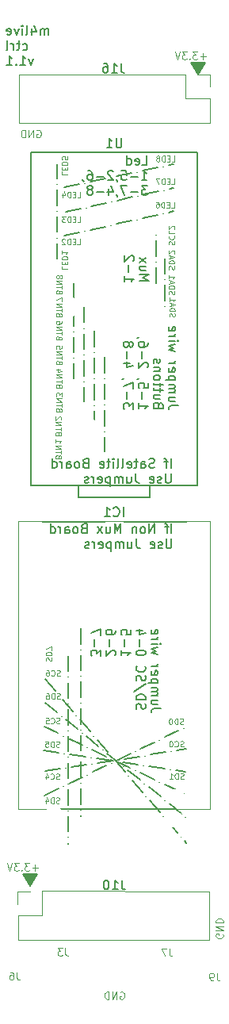
<source format=gbr>
G04 #@! TF.GenerationSoftware,KiCad,Pcbnew,7.0.10*
G04 #@! TF.CreationDate,2024-01-13T16:45:33+01:00*
G04 #@! TF.ProjectId,5hp_controller_oled,3568705f-636f-46e7-9472-6f6c6c65725f,rev?*
G04 #@! TF.SameCoordinates,Original*
G04 #@! TF.FileFunction,Legend,Bot*
G04 #@! TF.FilePolarity,Positive*
%FSLAX46Y46*%
G04 Gerber Fmt 4.6, Leading zero omitted, Abs format (unit mm)*
G04 Created by KiCad (PCBNEW 7.0.10) date 2024-01-13 16:45:33*
%MOMM*%
%LPD*%
G01*
G04 APERTURE LIST*
%ADD10C,0.150000*%
%ADD11C,0.100000*%
%ADD12C,0.120000*%
%ADD13R,1.700000X2.000000*%
%ADD14O,1.600000X2.000000*%
%ADD15O,2.000000X1.600000*%
%ADD16R,1.700000X1.700000*%
%ADD17R,2.000000X2.000000*%
%ADD18O,2.000000X3.400000*%
%ADD19R,1.600000X1.600000*%
%ADD20O,1.600000X1.600000*%
%ADD21O,1.700000X1.700000*%
%ADD22C,1.700000*%
%ADD23C,1.600000*%
%ADD24C,1.404000*%
G04 APERTURE END LIST*
D10*
X17450000Y-23100000D02*
X19081765Y-23344630D01*
X19675134Y-23433587D02*
X19675134Y-23433587D01*
X20268503Y-23522543D02*
X21900267Y-23767174D01*
X22493636Y-23856130D02*
X22493636Y-23856130D01*
X23087005Y-23945086D02*
X24718770Y-24189717D01*
X25312139Y-24278673D02*
X25312139Y-24278673D01*
X25905508Y-24367630D02*
X27537273Y-24612260D01*
X28130642Y-24701216D02*
X28130642Y-24701216D01*
X28724011Y-24790173D02*
X30355775Y-25034803D01*
X30949144Y-25123760D02*
X30949144Y-25123760D01*
X31542513Y-25212716D02*
X32625000Y-25374999D01*
X33962000Y49030000D02*
X33200000Y50300000D01*
X34724000Y50300000D01*
X33962000Y49030000D01*
G36*
X33962000Y49030000D02*
G01*
X33200000Y50300000D01*
X34724000Y50300000D01*
X33962000Y49030000D01*
G37*
X22850000Y21700000D02*
X22850000Y20050000D01*
X22850000Y19450000D02*
X22850000Y19450000D01*
X22850000Y18850000D02*
X22850000Y17200000D01*
X22850000Y16600000D02*
X22850000Y16600000D01*
X22850000Y16000000D02*
X22850000Y14350000D01*
X22850000Y13750000D02*
X22850000Y13750000D01*
X22850000Y13150000D02*
X22850000Y11600000D01*
X17600000Y-18000000D02*
X18880588Y-19040478D01*
X19346257Y-19418833D02*
X19346257Y-19418833D01*
X19811925Y-19797189D02*
X21092513Y-20837667D01*
X21558181Y-21216022D02*
X21558181Y-21216022D01*
X22023850Y-21594378D02*
X23304438Y-22634856D01*
X23770106Y-23013211D02*
X23770106Y-23013211D01*
X24235775Y-23391567D02*
X25516363Y-24432045D01*
X25982031Y-24810400D02*
X25982031Y-24810400D01*
X26447700Y-25188756D02*
X27728288Y-26229234D01*
X28193956Y-26607589D02*
X28193956Y-26607589D01*
X28659625Y-26985945D02*
X29940213Y-28026423D01*
X30405881Y-28404778D02*
X30405881Y-28404778D01*
X30871549Y-28783134D02*
X32152138Y-29823612D01*
X32617806Y-30201967D02*
X32617806Y-30201967D01*
X29425000Y26825000D02*
X29425000Y28475000D01*
X29425000Y29075000D02*
X29425000Y29075000D01*
X29425000Y29675000D02*
X29425000Y31325000D01*
X29425000Y31925000D02*
X29425000Y31925000D01*
X17550000Y-27900000D02*
X19034518Y-27179788D01*
X19574343Y-26917893D02*
X19574343Y-26917893D01*
X20114168Y-26655998D02*
X21598687Y-25935786D01*
X22138511Y-25673891D02*
X22138511Y-25673891D01*
X22678336Y-25411995D02*
X24162855Y-24691783D01*
X24702679Y-24429888D02*
X24702679Y-24429888D01*
X25242504Y-24167993D02*
X26727023Y-23447781D01*
X27266848Y-23185886D02*
X27266848Y-23185886D01*
X27806672Y-22923991D02*
X29291191Y-22203779D01*
X29831016Y-21941883D02*
X29831016Y-21941883D01*
X30370841Y-21679988D02*
X31855359Y-20959776D01*
X32395184Y-20697881D02*
X32395184Y-20697881D01*
X20100000Y-13000000D02*
X20100000Y-14650000D01*
X20100000Y-15250000D02*
X20100000Y-15250000D01*
X20100000Y-15850000D02*
X20100000Y-17500000D01*
X20100000Y-18100000D02*
X20100000Y-18100000D01*
X20100000Y-18700000D02*
X20100000Y-20350000D01*
X20100000Y-20950000D02*
X20100000Y-20950000D01*
X20100000Y-21550000D02*
X20100000Y-23200000D01*
X20100000Y-23800000D02*
X20100000Y-23800000D01*
X20100000Y-24400000D02*
X20100000Y-26050000D01*
X20100000Y-26650000D02*
X20100000Y-26650000D01*
X20100000Y-27250000D02*
X20100000Y-28900000D01*
X20100000Y-29500000D02*
X20100000Y-29500000D01*
X20100000Y-30100000D02*
X20100000Y-31750000D01*
X20100000Y-32350000D02*
X20100000Y-32350000D01*
X20100000Y-32950000D02*
X20100000Y-33100000D01*
X19775000Y34375000D02*
X21385213Y34735156D01*
X21970746Y34866122D02*
X21970746Y34866122D01*
X22556278Y34997088D02*
X24166491Y35357245D01*
X24752023Y35488210D02*
X24752023Y35488210D01*
X25337556Y35619176D02*
X26947769Y35979333D01*
X27533301Y36110299D02*
X27533301Y36110299D01*
X28118833Y36241265D02*
X29729047Y36601421D01*
X30314579Y36732387D02*
X30314579Y36732387D01*
X30900111Y36863353D02*
X31287499Y36950000D01*
X16002000Y-37592000D02*
X15240000Y-36322000D01*
X16764000Y-36322000D01*
X16002000Y-37592000D01*
G36*
X16002000Y-37592000D02*
G01*
X15240000Y-36322000D01*
X16764000Y-36322000D01*
X16002000Y-37592000D01*
G37*
X21425000Y-10050000D02*
X21425000Y-11700000D01*
X21425000Y-12300000D02*
X21425000Y-12300000D01*
X21425000Y-12900000D02*
X21425000Y-14550000D01*
X21425000Y-15150000D02*
X21425000Y-15150000D01*
X21425000Y-15750000D02*
X21425000Y-17400000D01*
X21425000Y-18000000D02*
X21425000Y-18000000D01*
X21425000Y-18600000D02*
X21425000Y-20250000D01*
X21425000Y-20850000D02*
X21425000Y-20850000D01*
X21425000Y-21450000D02*
X21425000Y-23100000D01*
X21425000Y-23700000D02*
X21425000Y-23700000D01*
X21425000Y-24300000D02*
X21425000Y-25950000D01*
X21425000Y-26550000D02*
X21425000Y-26550000D01*
X21425000Y-27150000D02*
X21425000Y-28800000D01*
X21425000Y-29400000D02*
X21425000Y-29400000D01*
X21425000Y-30000000D02*
X21425000Y-30150000D01*
X20650000Y26750000D02*
X20650000Y25100000D01*
X20650000Y24500000D02*
X20650000Y24500000D01*
X20650000Y23900000D02*
X20650000Y22250000D01*
X20650000Y21650000D02*
X20650000Y21650000D01*
X20650000Y21050000D02*
X20650000Y19400000D01*
X20650000Y18800000D02*
X20650000Y18800000D01*
X20650000Y18200000D02*
X20650000Y16650000D01*
X21750000Y24250000D02*
X21750000Y22600000D01*
X21750000Y22000000D02*
X21750000Y22000000D01*
X21750000Y21400000D02*
X21750000Y19750000D01*
X21750000Y19150000D02*
X21750000Y19150000D01*
X21750000Y18550000D02*
X21750000Y16900000D01*
X21750000Y16300000D02*
X21750000Y16300000D01*
X21750000Y15700000D02*
X21750000Y14150000D01*
X19675000Y31850000D02*
X21285136Y32210504D01*
X21870640Y32341596D02*
X21870640Y32341596D01*
X22456143Y32472689D02*
X24066279Y32833193D01*
X24651783Y32964285D02*
X24651783Y32964285D01*
X25237287Y33095377D02*
X26847423Y33455881D01*
X27432926Y33586974D02*
X27432926Y33586974D01*
X28018430Y33718066D02*
X29628566Y34078570D01*
X30214070Y34209663D02*
X30214070Y34209663D01*
X30799574Y34340755D02*
X31287499Y34450000D01*
X17600000Y-25300000D02*
X19230374Y-25046266D01*
X19823237Y-24954000D02*
X19823237Y-24954000D01*
X20416100Y-24861733D02*
X22046474Y-24607999D01*
X22639338Y-24515732D02*
X22639338Y-24515732D01*
X23232201Y-24423465D02*
X24862575Y-24169732D01*
X25455438Y-24077465D02*
X25455438Y-24077465D01*
X26048301Y-23985198D02*
X27678675Y-23731464D01*
X28271539Y-23639198D02*
X28271539Y-23639198D01*
X28864402Y-23546931D02*
X30494776Y-23293197D01*
X31087639Y-23200930D02*
X31087639Y-23200930D01*
X31680502Y-23108664D02*
X32700000Y-22950001D01*
X30425000Y29425000D02*
X30425000Y27775000D01*
X30425000Y27175000D02*
X30425000Y27175000D01*
X30425000Y26575000D02*
X30425000Y24925000D01*
X30425000Y24325000D02*
X30425000Y24325000D01*
X17500000Y-20550000D02*
X18988438Y-21262077D01*
X19529688Y-21521013D02*
X19529688Y-21521013D01*
X20070938Y-21779950D02*
X21559376Y-22492027D01*
X22100626Y-22750964D02*
X22100626Y-22750964D01*
X22641876Y-23009901D02*
X24130314Y-23721977D01*
X24671564Y-23980914D02*
X24671564Y-23980914D01*
X25212814Y-24239851D02*
X26701252Y-24951928D01*
X27242502Y-25210865D02*
X27242502Y-25210865D01*
X27783752Y-25469802D02*
X29272190Y-26181878D01*
X29813440Y-26440815D02*
X29813440Y-26440815D01*
X30354690Y-26699752D02*
X31843128Y-27411828D01*
X32384378Y-27670765D02*
X32384378Y-27670765D01*
X19650000Y37000000D02*
X21263500Y37345134D01*
X21850227Y37470637D02*
X21850227Y37470637D01*
X22436955Y37596140D02*
X24050455Y37941274D01*
X24637182Y38066777D02*
X24637182Y38066777D01*
X25223910Y38192280D02*
X26837410Y38537414D01*
X27424137Y38662917D02*
X27424137Y38662917D01*
X28010864Y38788420D02*
X29624365Y39133554D01*
X30211092Y39259057D02*
X30211092Y39259057D01*
X30797819Y39384560D02*
X31337500Y39500000D01*
X18900000Y29400000D02*
X18900000Y31050000D01*
X18900000Y31650000D02*
X18900000Y31650000D01*
X18900000Y32250000D02*
X18900000Y33900000D01*
X18900000Y34500000D02*
X18900000Y34500000D01*
X18900000Y35100000D02*
X18900000Y36750000D01*
X18900000Y37350000D02*
X18900000Y37350000D01*
X18900000Y37950000D02*
X18900000Y39500000D01*
X17600000Y-15500000D02*
X18677915Y-16749239D01*
X19069884Y-17203508D02*
X19069884Y-17203508D01*
X19461853Y-17657777D02*
X20539768Y-18907016D01*
X20931738Y-19361285D02*
X20931738Y-19361285D01*
X21323707Y-19815554D02*
X22401622Y-21064794D01*
X22793591Y-21519062D02*
X22793591Y-21519062D01*
X23185560Y-21973331D02*
X24263475Y-23222571D01*
X24655444Y-23676840D02*
X24655444Y-23676840D01*
X25047414Y-24131108D02*
X26125329Y-25380348D01*
X26517298Y-25834617D02*
X26517298Y-25834617D01*
X26909267Y-26288885D02*
X27987182Y-27538125D01*
X28379151Y-27992394D02*
X28379151Y-27992394D01*
X28771120Y-28446663D02*
X29849035Y-29695902D01*
X30241005Y-30150171D02*
X30241005Y-30150171D01*
X30632974Y-30604440D02*
X31710889Y-31853679D01*
X32102858Y-32307948D02*
X32102858Y-32307948D01*
X32494827Y-32762217D02*
X32699999Y-33000000D01*
X23950000Y18900000D02*
X23950000Y17250000D01*
X23950000Y16650000D02*
X23950000Y16650000D01*
X23950000Y16050000D02*
X23950000Y14400000D01*
X23950000Y13800000D02*
X23950000Y13800000D01*
X23950000Y13200000D02*
X23950000Y11550000D01*
X23950000Y10950000D02*
X23950000Y10950000D01*
X23950000Y10350000D02*
X23950000Y8800000D01*
D11*
X30857200Y30894924D02*
X30828628Y30980639D01*
X30828628Y30980639D02*
X30828628Y31123496D01*
X30828628Y31123496D02*
X30857200Y31180639D01*
X30857200Y31180639D02*
X30885771Y31209210D01*
X30885771Y31209210D02*
X30942914Y31237781D01*
X30942914Y31237781D02*
X31000057Y31237781D01*
X31000057Y31237781D02*
X31057200Y31209210D01*
X31057200Y31209210D02*
X31085771Y31180639D01*
X31085771Y31180639D02*
X31114342Y31123496D01*
X31114342Y31123496D02*
X31142914Y31009210D01*
X31142914Y31009210D02*
X31171485Y30952067D01*
X31171485Y30952067D02*
X31200057Y30923496D01*
X31200057Y30923496D02*
X31257200Y30894924D01*
X31257200Y30894924D02*
X31314342Y30894924D01*
X31314342Y30894924D02*
X31371485Y30923496D01*
X31371485Y30923496D02*
X31400057Y30952067D01*
X31400057Y30952067D02*
X31428628Y31009210D01*
X31428628Y31009210D02*
X31428628Y31152067D01*
X31428628Y31152067D02*
X31400057Y31237781D01*
X30885771Y31837782D02*
X30857200Y31809210D01*
X30857200Y31809210D02*
X30828628Y31723496D01*
X30828628Y31723496D02*
X30828628Y31666353D01*
X30828628Y31666353D02*
X30857200Y31580639D01*
X30857200Y31580639D02*
X30914342Y31523496D01*
X30914342Y31523496D02*
X30971485Y31494925D01*
X30971485Y31494925D02*
X31085771Y31466353D01*
X31085771Y31466353D02*
X31171485Y31466353D01*
X31171485Y31466353D02*
X31285771Y31494925D01*
X31285771Y31494925D02*
X31342914Y31523496D01*
X31342914Y31523496D02*
X31400057Y31580639D01*
X31400057Y31580639D02*
X31428628Y31666353D01*
X31428628Y31666353D02*
X31428628Y31723496D01*
X31428628Y31723496D02*
X31400057Y31809210D01*
X31400057Y31809210D02*
X31371485Y31837782D01*
X30828628Y32380639D02*
X30828628Y32094925D01*
X30828628Y32094925D02*
X31428628Y32094925D01*
X31371485Y32552067D02*
X31400057Y32580639D01*
X31400057Y32580639D02*
X31428628Y32637782D01*
X31428628Y32637782D02*
X31428628Y32780639D01*
X31428628Y32780639D02*
X31400057Y32837782D01*
X31400057Y32837782D02*
X31371485Y32866353D01*
X31371485Y32866353D02*
X31314342Y32894924D01*
X31314342Y32894924D02*
X31257200Y32894924D01*
X31257200Y32894924D02*
X31171485Y32866353D01*
X31171485Y32866353D02*
X30828628Y32523496D01*
X30828628Y32523496D02*
X30828628Y32894924D01*
X21037217Y30903628D02*
X21322931Y30903628D01*
X21322931Y30903628D02*
X21322931Y31503628D01*
X20837217Y31217914D02*
X20637217Y31217914D01*
X20551503Y30903628D02*
X20837217Y30903628D01*
X20837217Y30903628D02*
X20837217Y31503628D01*
X20837217Y31503628D02*
X20551503Y31503628D01*
X20294360Y30903628D02*
X20294360Y31503628D01*
X20294360Y31503628D02*
X20151503Y31503628D01*
X20151503Y31503628D02*
X20065789Y31475057D01*
X20065789Y31475057D02*
X20008646Y31417914D01*
X20008646Y31417914D02*
X19980075Y31360771D01*
X19980075Y31360771D02*
X19951503Y31246485D01*
X19951503Y31246485D02*
X19951503Y31160771D01*
X19951503Y31160771D02*
X19980075Y31046485D01*
X19980075Y31046485D02*
X20008646Y30989342D01*
X20008646Y30989342D02*
X20065789Y30932200D01*
X20065789Y30932200D02*
X20151503Y30903628D01*
X20151503Y30903628D02*
X20294360Y30903628D01*
X19722932Y31446485D02*
X19694360Y31475057D01*
X19694360Y31475057D02*
X19637218Y31503628D01*
X19637218Y31503628D02*
X19494360Y31503628D01*
X19494360Y31503628D02*
X19437218Y31475057D01*
X19437218Y31475057D02*
X19408646Y31446485D01*
X19408646Y31446485D02*
X19380075Y31389342D01*
X19380075Y31389342D02*
X19380075Y31332200D01*
X19380075Y31332200D02*
X19408646Y31246485D01*
X19408646Y31246485D02*
X19751503Y30903628D01*
X19751503Y30903628D02*
X19380075Y30903628D01*
X32369361Y-20267800D02*
X32283647Y-20296371D01*
X32283647Y-20296371D02*
X32140789Y-20296371D01*
X32140789Y-20296371D02*
X32083647Y-20267800D01*
X32083647Y-20267800D02*
X32055075Y-20239228D01*
X32055075Y-20239228D02*
X32026504Y-20182085D01*
X32026504Y-20182085D02*
X32026504Y-20124942D01*
X32026504Y-20124942D02*
X32055075Y-20067800D01*
X32055075Y-20067800D02*
X32083647Y-20039228D01*
X32083647Y-20039228D02*
X32140789Y-20010657D01*
X32140789Y-20010657D02*
X32255075Y-19982085D01*
X32255075Y-19982085D02*
X32312218Y-19953514D01*
X32312218Y-19953514D02*
X32340789Y-19924942D01*
X32340789Y-19924942D02*
X32369361Y-19867800D01*
X32369361Y-19867800D02*
X32369361Y-19810657D01*
X32369361Y-19810657D02*
X32340789Y-19753514D01*
X32340789Y-19753514D02*
X32312218Y-19724942D01*
X32312218Y-19724942D02*
X32255075Y-19696371D01*
X32255075Y-19696371D02*
X32112218Y-19696371D01*
X32112218Y-19696371D02*
X32026504Y-19724942D01*
X31769360Y-20296371D02*
X31769360Y-19696371D01*
X31769360Y-19696371D02*
X31626503Y-19696371D01*
X31626503Y-19696371D02*
X31540789Y-19724942D01*
X31540789Y-19724942D02*
X31483646Y-19782085D01*
X31483646Y-19782085D02*
X31455075Y-19839228D01*
X31455075Y-19839228D02*
X31426503Y-19953514D01*
X31426503Y-19953514D02*
X31426503Y-20039228D01*
X31426503Y-20039228D02*
X31455075Y-20153514D01*
X31455075Y-20153514D02*
X31483646Y-20210657D01*
X31483646Y-20210657D02*
X31540789Y-20267800D01*
X31540789Y-20267800D02*
X31626503Y-20296371D01*
X31626503Y-20296371D02*
X31769360Y-20296371D01*
X31055075Y-19696371D02*
X30997932Y-19696371D01*
X30997932Y-19696371D02*
X30940789Y-19724942D01*
X30940789Y-19724942D02*
X30912218Y-19753514D01*
X30912218Y-19753514D02*
X30883646Y-19810657D01*
X30883646Y-19810657D02*
X30855075Y-19924942D01*
X30855075Y-19924942D02*
X30855075Y-20067800D01*
X30855075Y-20067800D02*
X30883646Y-20182085D01*
X30883646Y-20182085D02*
X30912218Y-20239228D01*
X30912218Y-20239228D02*
X30940789Y-20267800D01*
X30940789Y-20267800D02*
X30997932Y-20296371D01*
X30997932Y-20296371D02*
X31055075Y-20296371D01*
X31055075Y-20296371D02*
X31112218Y-20267800D01*
X31112218Y-20267800D02*
X31140789Y-20239228D01*
X31140789Y-20239228D02*
X31169360Y-20182085D01*
X31169360Y-20182085D02*
X31197932Y-20067800D01*
X31197932Y-20067800D02*
X31197932Y-19924942D01*
X31197932Y-19924942D02*
X31169360Y-19810657D01*
X31169360Y-19810657D02*
X31140789Y-19753514D01*
X31140789Y-19753514D02*
X31112218Y-19724942D01*
X31112218Y-19724942D02*
X31055075Y-19696371D01*
X17732200Y-13519361D02*
X17703628Y-13433647D01*
X17703628Y-13433647D02*
X17703628Y-13290789D01*
X17703628Y-13290789D02*
X17732200Y-13233647D01*
X17732200Y-13233647D02*
X17760771Y-13205075D01*
X17760771Y-13205075D02*
X17817914Y-13176504D01*
X17817914Y-13176504D02*
X17875057Y-13176504D01*
X17875057Y-13176504D02*
X17932200Y-13205075D01*
X17932200Y-13205075D02*
X17960771Y-13233647D01*
X17960771Y-13233647D02*
X17989342Y-13290789D01*
X17989342Y-13290789D02*
X18017914Y-13405075D01*
X18017914Y-13405075D02*
X18046485Y-13462218D01*
X18046485Y-13462218D02*
X18075057Y-13490789D01*
X18075057Y-13490789D02*
X18132200Y-13519361D01*
X18132200Y-13519361D02*
X18189342Y-13519361D01*
X18189342Y-13519361D02*
X18246485Y-13490789D01*
X18246485Y-13490789D02*
X18275057Y-13462218D01*
X18275057Y-13462218D02*
X18303628Y-13405075D01*
X18303628Y-13405075D02*
X18303628Y-13262218D01*
X18303628Y-13262218D02*
X18275057Y-13176504D01*
X17703628Y-12919360D02*
X18303628Y-12919360D01*
X18303628Y-12919360D02*
X18303628Y-12776503D01*
X18303628Y-12776503D02*
X18275057Y-12690789D01*
X18275057Y-12690789D02*
X18217914Y-12633646D01*
X18217914Y-12633646D02*
X18160771Y-12605075D01*
X18160771Y-12605075D02*
X18046485Y-12576503D01*
X18046485Y-12576503D02*
X17960771Y-12576503D01*
X17960771Y-12576503D02*
X17846485Y-12605075D01*
X17846485Y-12605075D02*
X17789342Y-12633646D01*
X17789342Y-12633646D02*
X17732200Y-12690789D01*
X17732200Y-12690789D02*
X17703628Y-12776503D01*
X17703628Y-12776503D02*
X17703628Y-12919360D01*
X18303628Y-12376503D02*
X18303628Y-11976503D01*
X18303628Y-11976503D02*
X17703628Y-12233646D01*
X19119361Y-26142800D02*
X19033647Y-26171371D01*
X19033647Y-26171371D02*
X18890789Y-26171371D01*
X18890789Y-26171371D02*
X18833647Y-26142800D01*
X18833647Y-26142800D02*
X18805075Y-26114228D01*
X18805075Y-26114228D02*
X18776504Y-26057085D01*
X18776504Y-26057085D02*
X18776504Y-25999942D01*
X18776504Y-25999942D02*
X18805075Y-25942800D01*
X18805075Y-25942800D02*
X18833647Y-25914228D01*
X18833647Y-25914228D02*
X18890789Y-25885657D01*
X18890789Y-25885657D02*
X19005075Y-25857085D01*
X19005075Y-25857085D02*
X19062218Y-25828514D01*
X19062218Y-25828514D02*
X19090789Y-25799942D01*
X19090789Y-25799942D02*
X19119361Y-25742800D01*
X19119361Y-25742800D02*
X19119361Y-25685657D01*
X19119361Y-25685657D02*
X19090789Y-25628514D01*
X19090789Y-25628514D02*
X19062218Y-25599942D01*
X19062218Y-25599942D02*
X19005075Y-25571371D01*
X19005075Y-25571371D02*
X18862218Y-25571371D01*
X18862218Y-25571371D02*
X18776504Y-25599942D01*
X18176503Y-26114228D02*
X18205075Y-26142800D01*
X18205075Y-26142800D02*
X18290789Y-26171371D01*
X18290789Y-26171371D02*
X18347932Y-26171371D01*
X18347932Y-26171371D02*
X18433646Y-26142800D01*
X18433646Y-26142800D02*
X18490789Y-26085657D01*
X18490789Y-26085657D02*
X18519360Y-26028514D01*
X18519360Y-26028514D02*
X18547932Y-25914228D01*
X18547932Y-25914228D02*
X18547932Y-25828514D01*
X18547932Y-25828514D02*
X18519360Y-25714228D01*
X18519360Y-25714228D02*
X18490789Y-25657085D01*
X18490789Y-25657085D02*
X18433646Y-25599942D01*
X18433646Y-25599942D02*
X18347932Y-25571371D01*
X18347932Y-25571371D02*
X18290789Y-25571371D01*
X18290789Y-25571371D02*
X18205075Y-25599942D01*
X18205075Y-25599942D02*
X18176503Y-25628514D01*
X17662218Y-25771371D02*
X17662218Y-26171371D01*
X17805075Y-25542800D02*
X17947932Y-25971371D01*
X17947932Y-25971371D02*
X17576503Y-25971371D01*
X21062217Y33303628D02*
X21347931Y33303628D01*
X21347931Y33303628D02*
X21347931Y33903628D01*
X20862217Y33617914D02*
X20662217Y33617914D01*
X20576503Y33303628D02*
X20862217Y33303628D01*
X20862217Y33303628D02*
X20862217Y33903628D01*
X20862217Y33903628D02*
X20576503Y33903628D01*
X20319360Y33303628D02*
X20319360Y33903628D01*
X20319360Y33903628D02*
X20176503Y33903628D01*
X20176503Y33903628D02*
X20090789Y33875057D01*
X20090789Y33875057D02*
X20033646Y33817914D01*
X20033646Y33817914D02*
X20005075Y33760771D01*
X20005075Y33760771D02*
X19976503Y33646485D01*
X19976503Y33646485D02*
X19976503Y33560771D01*
X19976503Y33560771D02*
X20005075Y33446485D01*
X20005075Y33446485D02*
X20033646Y33389342D01*
X20033646Y33389342D02*
X20090789Y33332200D01*
X20090789Y33332200D02*
X20176503Y33303628D01*
X20176503Y33303628D02*
X20319360Y33303628D01*
X19776503Y33903628D02*
X19405075Y33903628D01*
X19405075Y33903628D02*
X19605075Y33675057D01*
X19605075Y33675057D02*
X19519360Y33675057D01*
X19519360Y33675057D02*
X19462218Y33646485D01*
X19462218Y33646485D02*
X19433646Y33617914D01*
X19433646Y33617914D02*
X19405075Y33560771D01*
X19405075Y33560771D02*
X19405075Y33417914D01*
X19405075Y33417914D02*
X19433646Y33360771D01*
X19433646Y33360771D02*
X19462218Y33332200D01*
X19462218Y33332200D02*
X19519360Y33303628D01*
X19519360Y33303628D02*
X19690789Y33303628D01*
X19690789Y33303628D02*
X19747932Y33332200D01*
X19747932Y33332200D02*
X19776503Y33360771D01*
X32394361Y-22667800D02*
X32308647Y-22696371D01*
X32308647Y-22696371D02*
X32165789Y-22696371D01*
X32165789Y-22696371D02*
X32108647Y-22667800D01*
X32108647Y-22667800D02*
X32080075Y-22639228D01*
X32080075Y-22639228D02*
X32051504Y-22582085D01*
X32051504Y-22582085D02*
X32051504Y-22524942D01*
X32051504Y-22524942D02*
X32080075Y-22467800D01*
X32080075Y-22467800D02*
X32108647Y-22439228D01*
X32108647Y-22439228D02*
X32165789Y-22410657D01*
X32165789Y-22410657D02*
X32280075Y-22382085D01*
X32280075Y-22382085D02*
X32337218Y-22353514D01*
X32337218Y-22353514D02*
X32365789Y-22324942D01*
X32365789Y-22324942D02*
X32394361Y-22267800D01*
X32394361Y-22267800D02*
X32394361Y-22210657D01*
X32394361Y-22210657D02*
X32365789Y-22153514D01*
X32365789Y-22153514D02*
X32337218Y-22124942D01*
X32337218Y-22124942D02*
X32280075Y-22096371D01*
X32280075Y-22096371D02*
X32137218Y-22096371D01*
X32137218Y-22096371D02*
X32051504Y-22124942D01*
X31451503Y-22639228D02*
X31480075Y-22667800D01*
X31480075Y-22667800D02*
X31565789Y-22696371D01*
X31565789Y-22696371D02*
X31622932Y-22696371D01*
X31622932Y-22696371D02*
X31708646Y-22667800D01*
X31708646Y-22667800D02*
X31765789Y-22610657D01*
X31765789Y-22610657D02*
X31794360Y-22553514D01*
X31794360Y-22553514D02*
X31822932Y-22439228D01*
X31822932Y-22439228D02*
X31822932Y-22353514D01*
X31822932Y-22353514D02*
X31794360Y-22239228D01*
X31794360Y-22239228D02*
X31765789Y-22182085D01*
X31765789Y-22182085D02*
X31708646Y-22124942D01*
X31708646Y-22124942D02*
X31622932Y-22096371D01*
X31622932Y-22096371D02*
X31565789Y-22096371D01*
X31565789Y-22096371D02*
X31480075Y-22124942D01*
X31480075Y-22124942D02*
X31451503Y-22153514D01*
X31080075Y-22096371D02*
X31022932Y-22096371D01*
X31022932Y-22096371D02*
X30965789Y-22124942D01*
X30965789Y-22124942D02*
X30937218Y-22153514D01*
X30937218Y-22153514D02*
X30908646Y-22210657D01*
X30908646Y-22210657D02*
X30880075Y-22324942D01*
X30880075Y-22324942D02*
X30880075Y-22467800D01*
X30880075Y-22467800D02*
X30908646Y-22582085D01*
X30908646Y-22582085D02*
X30937218Y-22639228D01*
X30937218Y-22639228D02*
X30965789Y-22667800D01*
X30965789Y-22667800D02*
X31022932Y-22696371D01*
X31022932Y-22696371D02*
X31080075Y-22696371D01*
X31080075Y-22696371D02*
X31137218Y-22667800D01*
X31137218Y-22667800D02*
X31165789Y-22639228D01*
X31165789Y-22639228D02*
X31194360Y-22582085D01*
X31194360Y-22582085D02*
X31222932Y-22467800D01*
X31222932Y-22467800D02*
X31222932Y-22324942D01*
X31222932Y-22324942D02*
X31194360Y-22210657D01*
X31194360Y-22210657D02*
X31165789Y-22153514D01*
X31165789Y-22153514D02*
X31137218Y-22124942D01*
X31137218Y-22124942D02*
X31080075Y-22096371D01*
X19042914Y10744925D02*
X19014342Y10830639D01*
X19014342Y10830639D02*
X18985771Y10859210D01*
X18985771Y10859210D02*
X18928628Y10887782D01*
X18928628Y10887782D02*
X18842914Y10887782D01*
X18842914Y10887782D02*
X18785771Y10859210D01*
X18785771Y10859210D02*
X18757200Y10830639D01*
X18757200Y10830639D02*
X18728628Y10773496D01*
X18728628Y10773496D02*
X18728628Y10544925D01*
X18728628Y10544925D02*
X19328628Y10544925D01*
X19328628Y10544925D02*
X19328628Y10744925D01*
X19328628Y10744925D02*
X19300057Y10802068D01*
X19300057Y10802068D02*
X19271485Y10830639D01*
X19271485Y10830639D02*
X19214342Y10859210D01*
X19214342Y10859210D02*
X19157200Y10859210D01*
X19157200Y10859210D02*
X19100057Y10830639D01*
X19100057Y10830639D02*
X19071485Y10802068D01*
X19071485Y10802068D02*
X19042914Y10744925D01*
X19042914Y10744925D02*
X19042914Y10544925D01*
X19328628Y11059210D02*
X19328628Y11402068D01*
X18728628Y11230639D02*
X19328628Y11230639D01*
X18728628Y11602068D02*
X19328628Y11602068D01*
X19328628Y11602068D02*
X18728628Y11944925D01*
X18728628Y11944925D02*
X19328628Y11944925D01*
X19271485Y12202067D02*
X19300057Y12230639D01*
X19300057Y12230639D02*
X19328628Y12287782D01*
X19328628Y12287782D02*
X19328628Y12430639D01*
X19328628Y12430639D02*
X19300057Y12487782D01*
X19300057Y12487782D02*
X19271485Y12516353D01*
X19271485Y12516353D02*
X19214342Y12544924D01*
X19214342Y12544924D02*
X19157200Y12544924D01*
X19157200Y12544924D02*
X19071485Y12516353D01*
X19071485Y12516353D02*
X18728628Y12173496D01*
X18728628Y12173496D02*
X18728628Y12544924D01*
X19194361Y-17567800D02*
X19108647Y-17596371D01*
X19108647Y-17596371D02*
X18965789Y-17596371D01*
X18965789Y-17596371D02*
X18908647Y-17567800D01*
X18908647Y-17567800D02*
X18880075Y-17539228D01*
X18880075Y-17539228D02*
X18851504Y-17482085D01*
X18851504Y-17482085D02*
X18851504Y-17424942D01*
X18851504Y-17424942D02*
X18880075Y-17367800D01*
X18880075Y-17367800D02*
X18908647Y-17339228D01*
X18908647Y-17339228D02*
X18965789Y-17310657D01*
X18965789Y-17310657D02*
X19080075Y-17282085D01*
X19080075Y-17282085D02*
X19137218Y-17253514D01*
X19137218Y-17253514D02*
X19165789Y-17224942D01*
X19165789Y-17224942D02*
X19194361Y-17167800D01*
X19194361Y-17167800D02*
X19194361Y-17110657D01*
X19194361Y-17110657D02*
X19165789Y-17053514D01*
X19165789Y-17053514D02*
X19137218Y-17024942D01*
X19137218Y-17024942D02*
X19080075Y-16996371D01*
X19080075Y-16996371D02*
X18937218Y-16996371D01*
X18937218Y-16996371D02*
X18851504Y-17024942D01*
X18594360Y-17596371D02*
X18594360Y-16996371D01*
X18594360Y-16996371D02*
X18451503Y-16996371D01*
X18451503Y-16996371D02*
X18365789Y-17024942D01*
X18365789Y-17024942D02*
X18308646Y-17082085D01*
X18308646Y-17082085D02*
X18280075Y-17139228D01*
X18280075Y-17139228D02*
X18251503Y-17253514D01*
X18251503Y-17253514D02*
X18251503Y-17339228D01*
X18251503Y-17339228D02*
X18280075Y-17453514D01*
X18280075Y-17453514D02*
X18308646Y-17510657D01*
X18308646Y-17510657D02*
X18365789Y-17567800D01*
X18365789Y-17567800D02*
X18451503Y-17596371D01*
X18451503Y-17596371D02*
X18594360Y-17596371D01*
X17737218Y-16996371D02*
X17851503Y-16996371D01*
X17851503Y-16996371D02*
X17908646Y-17024942D01*
X17908646Y-17024942D02*
X17937218Y-17053514D01*
X17937218Y-17053514D02*
X17994360Y-17139228D01*
X17994360Y-17139228D02*
X18022932Y-17253514D01*
X18022932Y-17253514D02*
X18022932Y-17482085D01*
X18022932Y-17482085D02*
X17994360Y-17539228D01*
X17994360Y-17539228D02*
X17965789Y-17567800D01*
X17965789Y-17567800D02*
X17908646Y-17596371D01*
X17908646Y-17596371D02*
X17794360Y-17596371D01*
X17794360Y-17596371D02*
X17737218Y-17567800D01*
X17737218Y-17567800D02*
X17708646Y-17539228D01*
X17708646Y-17539228D02*
X17680075Y-17482085D01*
X17680075Y-17482085D02*
X17680075Y-17339228D01*
X17680075Y-17339228D02*
X17708646Y-17282085D01*
X17708646Y-17282085D02*
X17737218Y-17253514D01*
X17737218Y-17253514D02*
X17794360Y-17224942D01*
X17794360Y-17224942D02*
X17908646Y-17224942D01*
X17908646Y-17224942D02*
X17965789Y-17253514D01*
X17965789Y-17253514D02*
X17994360Y-17282085D01*
X17994360Y-17282085D02*
X18022932Y-17339228D01*
X19117914Y25844925D02*
X19089342Y25930639D01*
X19089342Y25930639D02*
X19060771Y25959210D01*
X19060771Y25959210D02*
X19003628Y25987782D01*
X19003628Y25987782D02*
X18917914Y25987782D01*
X18917914Y25987782D02*
X18860771Y25959210D01*
X18860771Y25959210D02*
X18832200Y25930639D01*
X18832200Y25930639D02*
X18803628Y25873496D01*
X18803628Y25873496D02*
X18803628Y25644925D01*
X18803628Y25644925D02*
X19403628Y25644925D01*
X19403628Y25644925D02*
X19403628Y25844925D01*
X19403628Y25844925D02*
X19375057Y25902068D01*
X19375057Y25902068D02*
X19346485Y25930639D01*
X19346485Y25930639D02*
X19289342Y25959210D01*
X19289342Y25959210D02*
X19232200Y25959210D01*
X19232200Y25959210D02*
X19175057Y25930639D01*
X19175057Y25930639D02*
X19146485Y25902068D01*
X19146485Y25902068D02*
X19117914Y25844925D01*
X19117914Y25844925D02*
X19117914Y25644925D01*
X19403628Y26159210D02*
X19403628Y26502068D01*
X18803628Y26330639D02*
X19403628Y26330639D01*
X18803628Y26702068D02*
X19403628Y26702068D01*
X19403628Y26702068D02*
X18803628Y27044925D01*
X18803628Y27044925D02*
X19403628Y27044925D01*
X19146485Y27416353D02*
X19175057Y27359210D01*
X19175057Y27359210D02*
X19203628Y27330639D01*
X19203628Y27330639D02*
X19260771Y27302067D01*
X19260771Y27302067D02*
X19289342Y27302067D01*
X19289342Y27302067D02*
X19346485Y27330639D01*
X19346485Y27330639D02*
X19375057Y27359210D01*
X19375057Y27359210D02*
X19403628Y27416353D01*
X19403628Y27416353D02*
X19403628Y27530639D01*
X19403628Y27530639D02*
X19375057Y27587782D01*
X19375057Y27587782D02*
X19346485Y27616353D01*
X19346485Y27616353D02*
X19289342Y27644924D01*
X19289342Y27644924D02*
X19260771Y27644924D01*
X19260771Y27644924D02*
X19203628Y27616353D01*
X19203628Y27616353D02*
X19175057Y27587782D01*
X19175057Y27587782D02*
X19146485Y27530639D01*
X19146485Y27530639D02*
X19146485Y27416353D01*
X19146485Y27416353D02*
X19117914Y27359210D01*
X19117914Y27359210D02*
X19089342Y27330639D01*
X19089342Y27330639D02*
X19032200Y27302067D01*
X19032200Y27302067D02*
X18917914Y27302067D01*
X18917914Y27302067D02*
X18860771Y27330639D01*
X18860771Y27330639D02*
X18832200Y27359210D01*
X18832200Y27359210D02*
X18803628Y27416353D01*
X18803628Y27416353D02*
X18803628Y27530639D01*
X18803628Y27530639D02*
X18832200Y27587782D01*
X18832200Y27587782D02*
X18860771Y27616353D01*
X18860771Y27616353D02*
X18917914Y27644924D01*
X18917914Y27644924D02*
X19032200Y27644924D01*
X19032200Y27644924D02*
X19089342Y27616353D01*
X19089342Y27616353D02*
X19117914Y27587782D01*
X19117914Y27587782D02*
X19146485Y27530639D01*
X32394361Y-26092800D02*
X32308647Y-26121371D01*
X32308647Y-26121371D02*
X32165789Y-26121371D01*
X32165789Y-26121371D02*
X32108647Y-26092800D01*
X32108647Y-26092800D02*
X32080075Y-26064228D01*
X32080075Y-26064228D02*
X32051504Y-26007085D01*
X32051504Y-26007085D02*
X32051504Y-25949942D01*
X32051504Y-25949942D02*
X32080075Y-25892800D01*
X32080075Y-25892800D02*
X32108647Y-25864228D01*
X32108647Y-25864228D02*
X32165789Y-25835657D01*
X32165789Y-25835657D02*
X32280075Y-25807085D01*
X32280075Y-25807085D02*
X32337218Y-25778514D01*
X32337218Y-25778514D02*
X32365789Y-25749942D01*
X32365789Y-25749942D02*
X32394361Y-25692800D01*
X32394361Y-25692800D02*
X32394361Y-25635657D01*
X32394361Y-25635657D02*
X32365789Y-25578514D01*
X32365789Y-25578514D02*
X32337218Y-25549942D01*
X32337218Y-25549942D02*
X32280075Y-25521371D01*
X32280075Y-25521371D02*
X32137218Y-25521371D01*
X32137218Y-25521371D02*
X32051504Y-25549942D01*
X31794360Y-26121371D02*
X31794360Y-25521371D01*
X31794360Y-25521371D02*
X31651503Y-25521371D01*
X31651503Y-25521371D02*
X31565789Y-25549942D01*
X31565789Y-25549942D02*
X31508646Y-25607085D01*
X31508646Y-25607085D02*
X31480075Y-25664228D01*
X31480075Y-25664228D02*
X31451503Y-25778514D01*
X31451503Y-25778514D02*
X31451503Y-25864228D01*
X31451503Y-25864228D02*
X31480075Y-25978514D01*
X31480075Y-25978514D02*
X31508646Y-26035657D01*
X31508646Y-26035657D02*
X31565789Y-26092800D01*
X31565789Y-26092800D02*
X31651503Y-26121371D01*
X31651503Y-26121371D02*
X31794360Y-26121371D01*
X30880075Y-26121371D02*
X31222932Y-26121371D01*
X31051503Y-26121371D02*
X31051503Y-25521371D01*
X31051503Y-25521371D02*
X31108646Y-25607085D01*
X31108646Y-25607085D02*
X31165789Y-25664228D01*
X31165789Y-25664228D02*
X31222932Y-25692800D01*
X19092914Y15819925D02*
X19064342Y15905639D01*
X19064342Y15905639D02*
X19035771Y15934210D01*
X19035771Y15934210D02*
X18978628Y15962782D01*
X18978628Y15962782D02*
X18892914Y15962782D01*
X18892914Y15962782D02*
X18835771Y15934210D01*
X18835771Y15934210D02*
X18807200Y15905639D01*
X18807200Y15905639D02*
X18778628Y15848496D01*
X18778628Y15848496D02*
X18778628Y15619925D01*
X18778628Y15619925D02*
X19378628Y15619925D01*
X19378628Y15619925D02*
X19378628Y15819925D01*
X19378628Y15819925D02*
X19350057Y15877068D01*
X19350057Y15877068D02*
X19321485Y15905639D01*
X19321485Y15905639D02*
X19264342Y15934210D01*
X19264342Y15934210D02*
X19207200Y15934210D01*
X19207200Y15934210D02*
X19150057Y15905639D01*
X19150057Y15905639D02*
X19121485Y15877068D01*
X19121485Y15877068D02*
X19092914Y15819925D01*
X19092914Y15819925D02*
X19092914Y15619925D01*
X19378628Y16134210D02*
X19378628Y16477068D01*
X18778628Y16305639D02*
X19378628Y16305639D01*
X18778628Y16677068D02*
X19378628Y16677068D01*
X19378628Y16677068D02*
X18778628Y17019925D01*
X18778628Y17019925D02*
X19378628Y17019925D01*
X19178628Y17562782D02*
X18778628Y17562782D01*
X19407200Y17419924D02*
X18978628Y17277067D01*
X18978628Y17277067D02*
X18978628Y17648496D01*
X19067914Y20944925D02*
X19039342Y21030639D01*
X19039342Y21030639D02*
X19010771Y21059210D01*
X19010771Y21059210D02*
X18953628Y21087782D01*
X18953628Y21087782D02*
X18867914Y21087782D01*
X18867914Y21087782D02*
X18810771Y21059210D01*
X18810771Y21059210D02*
X18782200Y21030639D01*
X18782200Y21030639D02*
X18753628Y20973496D01*
X18753628Y20973496D02*
X18753628Y20744925D01*
X18753628Y20744925D02*
X19353628Y20744925D01*
X19353628Y20744925D02*
X19353628Y20944925D01*
X19353628Y20944925D02*
X19325057Y21002068D01*
X19325057Y21002068D02*
X19296485Y21030639D01*
X19296485Y21030639D02*
X19239342Y21059210D01*
X19239342Y21059210D02*
X19182200Y21059210D01*
X19182200Y21059210D02*
X19125057Y21030639D01*
X19125057Y21030639D02*
X19096485Y21002068D01*
X19096485Y21002068D02*
X19067914Y20944925D01*
X19067914Y20944925D02*
X19067914Y20744925D01*
X19353628Y21259210D02*
X19353628Y21602068D01*
X18753628Y21430639D02*
X19353628Y21430639D01*
X18753628Y21802068D02*
X19353628Y21802068D01*
X19353628Y21802068D02*
X18753628Y22144925D01*
X18753628Y22144925D02*
X19353628Y22144925D01*
X19353628Y22687782D02*
X19353628Y22573496D01*
X19353628Y22573496D02*
X19325057Y22516353D01*
X19325057Y22516353D02*
X19296485Y22487782D01*
X19296485Y22487782D02*
X19210771Y22430639D01*
X19210771Y22430639D02*
X19096485Y22402067D01*
X19096485Y22402067D02*
X18867914Y22402067D01*
X18867914Y22402067D02*
X18810771Y22430639D01*
X18810771Y22430639D02*
X18782200Y22459210D01*
X18782200Y22459210D02*
X18753628Y22516353D01*
X18753628Y22516353D02*
X18753628Y22630639D01*
X18753628Y22630639D02*
X18782200Y22687782D01*
X18782200Y22687782D02*
X18810771Y22716353D01*
X18810771Y22716353D02*
X18867914Y22744924D01*
X18867914Y22744924D02*
X19010771Y22744924D01*
X19010771Y22744924D02*
X19067914Y22716353D01*
X19067914Y22716353D02*
X19096485Y22687782D01*
X19096485Y22687782D02*
X19125057Y22630639D01*
X19125057Y22630639D02*
X19125057Y22516353D01*
X19125057Y22516353D02*
X19096485Y22459210D01*
X19096485Y22459210D02*
X19067914Y22430639D01*
X19067914Y22430639D02*
X19010771Y22402067D01*
X36597009Y-42709523D02*
X36635104Y-42785713D01*
X36635104Y-42785713D02*
X36635104Y-42899999D01*
X36635104Y-42899999D02*
X36597009Y-43014285D01*
X36597009Y-43014285D02*
X36520819Y-43090475D01*
X36520819Y-43090475D02*
X36444628Y-43128570D01*
X36444628Y-43128570D02*
X36292247Y-43166666D01*
X36292247Y-43166666D02*
X36177961Y-43166666D01*
X36177961Y-43166666D02*
X36025580Y-43128570D01*
X36025580Y-43128570D02*
X35949390Y-43090475D01*
X35949390Y-43090475D02*
X35873200Y-43014285D01*
X35873200Y-43014285D02*
X35835104Y-42899999D01*
X35835104Y-42899999D02*
X35835104Y-42823808D01*
X35835104Y-42823808D02*
X35873200Y-42709523D01*
X35873200Y-42709523D02*
X35911295Y-42671427D01*
X35911295Y-42671427D02*
X36177961Y-42671427D01*
X36177961Y-42671427D02*
X36177961Y-42823808D01*
X35835104Y-42328570D02*
X36635104Y-42328570D01*
X36635104Y-42328570D02*
X35835104Y-41871427D01*
X35835104Y-41871427D02*
X36635104Y-41871427D01*
X35835104Y-41490475D02*
X36635104Y-41490475D01*
X36635104Y-41490475D02*
X36635104Y-41299999D01*
X36635104Y-41299999D02*
X36597009Y-41185713D01*
X36597009Y-41185713D02*
X36520819Y-41109523D01*
X36520819Y-41109523D02*
X36444628Y-41071428D01*
X36444628Y-41071428D02*
X36292247Y-41033332D01*
X36292247Y-41033332D02*
X36177961Y-41033332D01*
X36177961Y-41033332D02*
X36025580Y-41071428D01*
X36025580Y-41071428D02*
X35949390Y-41109523D01*
X35949390Y-41109523D02*
X35873200Y-41185713D01*
X35873200Y-41185713D02*
X35835104Y-41299999D01*
X35835104Y-41299999D02*
X35835104Y-41490475D01*
D10*
X31810180Y13722493D02*
X31095895Y13722493D01*
X31095895Y13722493D02*
X30953038Y13674874D01*
X30953038Y13674874D02*
X30857800Y13579636D01*
X30857800Y13579636D02*
X30810180Y13436779D01*
X30810180Y13436779D02*
X30810180Y13341541D01*
X31476847Y14627255D02*
X30810180Y14627255D01*
X31476847Y14198684D02*
X30953038Y14198684D01*
X30953038Y14198684D02*
X30857800Y14246303D01*
X30857800Y14246303D02*
X30810180Y14341541D01*
X30810180Y14341541D02*
X30810180Y14484398D01*
X30810180Y14484398D02*
X30857800Y14579636D01*
X30857800Y14579636D02*
X30905419Y14627255D01*
X30810180Y15103446D02*
X31476847Y15103446D01*
X31381609Y15103446D02*
X31429228Y15151065D01*
X31429228Y15151065D02*
X31476847Y15246303D01*
X31476847Y15246303D02*
X31476847Y15389160D01*
X31476847Y15389160D02*
X31429228Y15484398D01*
X31429228Y15484398D02*
X31333990Y15532017D01*
X31333990Y15532017D02*
X30810180Y15532017D01*
X31333990Y15532017D02*
X31429228Y15579636D01*
X31429228Y15579636D02*
X31476847Y15674874D01*
X31476847Y15674874D02*
X31476847Y15817731D01*
X31476847Y15817731D02*
X31429228Y15912970D01*
X31429228Y15912970D02*
X31333990Y15960589D01*
X31333990Y15960589D02*
X30810180Y15960589D01*
X31476847Y16436779D02*
X30476847Y16436779D01*
X31429228Y16436779D02*
X31476847Y16532017D01*
X31476847Y16532017D02*
X31476847Y16722493D01*
X31476847Y16722493D02*
X31429228Y16817731D01*
X31429228Y16817731D02*
X31381609Y16865350D01*
X31381609Y16865350D02*
X31286371Y16912969D01*
X31286371Y16912969D02*
X31000657Y16912969D01*
X31000657Y16912969D02*
X30905419Y16865350D01*
X30905419Y16865350D02*
X30857800Y16817731D01*
X30857800Y16817731D02*
X30810180Y16722493D01*
X30810180Y16722493D02*
X30810180Y16532017D01*
X30810180Y16532017D02*
X30857800Y16436779D01*
X30857800Y17722493D02*
X30810180Y17627255D01*
X30810180Y17627255D02*
X30810180Y17436779D01*
X30810180Y17436779D02*
X30857800Y17341541D01*
X30857800Y17341541D02*
X30953038Y17293922D01*
X30953038Y17293922D02*
X31333990Y17293922D01*
X31333990Y17293922D02*
X31429228Y17341541D01*
X31429228Y17341541D02*
X31476847Y17436779D01*
X31476847Y17436779D02*
X31476847Y17627255D01*
X31476847Y17627255D02*
X31429228Y17722493D01*
X31429228Y17722493D02*
X31333990Y17770112D01*
X31333990Y17770112D02*
X31238752Y17770112D01*
X31238752Y17770112D02*
X31143514Y17293922D01*
X30810180Y18198684D02*
X31476847Y18198684D01*
X31286371Y18198684D02*
X31381609Y18246303D01*
X31381609Y18246303D02*
X31429228Y18293922D01*
X31429228Y18293922D02*
X31476847Y18389160D01*
X31476847Y18389160D02*
X31476847Y18484398D01*
X31476847Y19484399D02*
X30810180Y19674875D01*
X30810180Y19674875D02*
X31286371Y19865351D01*
X31286371Y19865351D02*
X30810180Y20055827D01*
X30810180Y20055827D02*
X31476847Y20246303D01*
X30810180Y20627256D02*
X31476847Y20627256D01*
X31810180Y20627256D02*
X31762561Y20579637D01*
X31762561Y20579637D02*
X31714942Y20627256D01*
X31714942Y20627256D02*
X31762561Y20674875D01*
X31762561Y20674875D02*
X31810180Y20627256D01*
X31810180Y20627256D02*
X31714942Y20627256D01*
X30810180Y21103446D02*
X31476847Y21103446D01*
X31286371Y21103446D02*
X31381609Y21151065D01*
X31381609Y21151065D02*
X31429228Y21198684D01*
X31429228Y21198684D02*
X31476847Y21293922D01*
X31476847Y21293922D02*
X31476847Y21389160D01*
X30857800Y22103446D02*
X30810180Y22008208D01*
X30810180Y22008208D02*
X30810180Y21817732D01*
X30810180Y21817732D02*
X30857800Y21722494D01*
X30857800Y21722494D02*
X30953038Y21674875D01*
X30953038Y21674875D02*
X31333990Y21674875D01*
X31333990Y21674875D02*
X31429228Y21722494D01*
X31429228Y21722494D02*
X31476847Y21817732D01*
X31476847Y21817732D02*
X31476847Y22008208D01*
X31476847Y22008208D02*
X31429228Y22103446D01*
X31429228Y22103446D02*
X31333990Y22151065D01*
X31333990Y22151065D02*
X31238752Y22151065D01*
X31238752Y22151065D02*
X31143514Y21674875D01*
X29723990Y13770112D02*
X29676371Y13912969D01*
X29676371Y13912969D02*
X29628752Y13960588D01*
X29628752Y13960588D02*
X29533514Y14008207D01*
X29533514Y14008207D02*
X29390657Y14008207D01*
X29390657Y14008207D02*
X29295419Y13960588D01*
X29295419Y13960588D02*
X29247800Y13912969D01*
X29247800Y13912969D02*
X29200180Y13817731D01*
X29200180Y13817731D02*
X29200180Y13436779D01*
X29200180Y13436779D02*
X30200180Y13436779D01*
X30200180Y13436779D02*
X30200180Y13770112D01*
X30200180Y13770112D02*
X30152561Y13865350D01*
X30152561Y13865350D02*
X30104942Y13912969D01*
X30104942Y13912969D02*
X30009704Y13960588D01*
X30009704Y13960588D02*
X29914466Y13960588D01*
X29914466Y13960588D02*
X29819228Y13912969D01*
X29819228Y13912969D02*
X29771609Y13865350D01*
X29771609Y13865350D02*
X29723990Y13770112D01*
X29723990Y13770112D02*
X29723990Y13436779D01*
X29866847Y14865350D02*
X29200180Y14865350D01*
X29866847Y14436779D02*
X29343038Y14436779D01*
X29343038Y14436779D02*
X29247800Y14484398D01*
X29247800Y14484398D02*
X29200180Y14579636D01*
X29200180Y14579636D02*
X29200180Y14722493D01*
X29200180Y14722493D02*
X29247800Y14817731D01*
X29247800Y14817731D02*
X29295419Y14865350D01*
X29866847Y15198684D02*
X29866847Y15579636D01*
X30200180Y15341541D02*
X29343038Y15341541D01*
X29343038Y15341541D02*
X29247800Y15389160D01*
X29247800Y15389160D02*
X29200180Y15484398D01*
X29200180Y15484398D02*
X29200180Y15579636D01*
X29866847Y15770113D02*
X29866847Y16151065D01*
X30200180Y15912970D02*
X29343038Y15912970D01*
X29343038Y15912970D02*
X29247800Y15960589D01*
X29247800Y15960589D02*
X29200180Y16055827D01*
X29200180Y16055827D02*
X29200180Y16151065D01*
X29200180Y16627256D02*
X29247800Y16532018D01*
X29247800Y16532018D02*
X29295419Y16484399D01*
X29295419Y16484399D02*
X29390657Y16436780D01*
X29390657Y16436780D02*
X29676371Y16436780D01*
X29676371Y16436780D02*
X29771609Y16484399D01*
X29771609Y16484399D02*
X29819228Y16532018D01*
X29819228Y16532018D02*
X29866847Y16627256D01*
X29866847Y16627256D02*
X29866847Y16770113D01*
X29866847Y16770113D02*
X29819228Y16865351D01*
X29819228Y16865351D02*
X29771609Y16912970D01*
X29771609Y16912970D02*
X29676371Y16960589D01*
X29676371Y16960589D02*
X29390657Y16960589D01*
X29390657Y16960589D02*
X29295419Y16912970D01*
X29295419Y16912970D02*
X29247800Y16865351D01*
X29247800Y16865351D02*
X29200180Y16770113D01*
X29200180Y16770113D02*
X29200180Y16627256D01*
X29866847Y17389161D02*
X29200180Y17389161D01*
X29771609Y17389161D02*
X29819228Y17436780D01*
X29819228Y17436780D02*
X29866847Y17532018D01*
X29866847Y17532018D02*
X29866847Y17674875D01*
X29866847Y17674875D02*
X29819228Y17770113D01*
X29819228Y17770113D02*
X29723990Y17817732D01*
X29723990Y17817732D02*
X29200180Y17817732D01*
X29247800Y18246304D02*
X29200180Y18341542D01*
X29200180Y18341542D02*
X29200180Y18532018D01*
X29200180Y18532018D02*
X29247800Y18627256D01*
X29247800Y18627256D02*
X29343038Y18674875D01*
X29343038Y18674875D02*
X29390657Y18674875D01*
X29390657Y18674875D02*
X29485895Y18627256D01*
X29485895Y18627256D02*
X29533514Y18532018D01*
X29533514Y18532018D02*
X29533514Y18389161D01*
X29533514Y18389161D02*
X29581133Y18293923D01*
X29581133Y18293923D02*
X29676371Y18246304D01*
X29676371Y18246304D02*
X29723990Y18246304D01*
X29723990Y18246304D02*
X29819228Y18293923D01*
X29819228Y18293923D02*
X29866847Y18389161D01*
X29866847Y18389161D02*
X29866847Y18532018D01*
X29866847Y18532018D02*
X29819228Y18627256D01*
X27590180Y13960588D02*
X27590180Y13389160D01*
X27590180Y13674874D02*
X28590180Y13674874D01*
X28590180Y13674874D02*
X28447323Y13579636D01*
X28447323Y13579636D02*
X28352085Y13484398D01*
X28352085Y13484398D02*
X28304466Y13389160D01*
X27971133Y14389160D02*
X27971133Y15151065D01*
X28590180Y16103445D02*
X28590180Y15627255D01*
X28590180Y15627255D02*
X28113990Y15579636D01*
X28113990Y15579636D02*
X28161609Y15627255D01*
X28161609Y15627255D02*
X28209228Y15722493D01*
X28209228Y15722493D02*
X28209228Y15960588D01*
X28209228Y15960588D02*
X28161609Y16055826D01*
X28161609Y16055826D02*
X28113990Y16103445D01*
X28113990Y16103445D02*
X28018752Y16151064D01*
X28018752Y16151064D02*
X27780657Y16151064D01*
X27780657Y16151064D02*
X27685419Y16103445D01*
X27685419Y16103445D02*
X27637800Y16055826D01*
X27637800Y16055826D02*
X27590180Y15960588D01*
X27590180Y15960588D02*
X27590180Y15722493D01*
X27590180Y15722493D02*
X27637800Y15627255D01*
X27637800Y15627255D02*
X27685419Y15579636D01*
X27637800Y16627255D02*
X27590180Y16627255D01*
X27590180Y16627255D02*
X27494942Y16579636D01*
X27494942Y16579636D02*
X27447323Y16532017D01*
X28494942Y17770112D02*
X28542561Y17817731D01*
X28542561Y17817731D02*
X28590180Y17912969D01*
X28590180Y17912969D02*
X28590180Y18151064D01*
X28590180Y18151064D02*
X28542561Y18246302D01*
X28542561Y18246302D02*
X28494942Y18293921D01*
X28494942Y18293921D02*
X28399704Y18341540D01*
X28399704Y18341540D02*
X28304466Y18341540D01*
X28304466Y18341540D02*
X28161609Y18293921D01*
X28161609Y18293921D02*
X27590180Y17722493D01*
X27590180Y17722493D02*
X27590180Y18341540D01*
X27971133Y18770112D02*
X27971133Y19532017D01*
X28590180Y20436778D02*
X28590180Y20246302D01*
X28590180Y20246302D02*
X28542561Y20151064D01*
X28542561Y20151064D02*
X28494942Y20103445D01*
X28494942Y20103445D02*
X28352085Y20008207D01*
X28352085Y20008207D02*
X28161609Y19960588D01*
X28161609Y19960588D02*
X27780657Y19960588D01*
X27780657Y19960588D02*
X27685419Y20008207D01*
X27685419Y20008207D02*
X27637800Y20055826D01*
X27637800Y20055826D02*
X27590180Y20151064D01*
X27590180Y20151064D02*
X27590180Y20341540D01*
X27590180Y20341540D02*
X27637800Y20436778D01*
X27637800Y20436778D02*
X27685419Y20484397D01*
X27685419Y20484397D02*
X27780657Y20532016D01*
X27780657Y20532016D02*
X28018752Y20532016D01*
X28018752Y20532016D02*
X28113990Y20484397D01*
X28113990Y20484397D02*
X28161609Y20436778D01*
X28161609Y20436778D02*
X28209228Y20341540D01*
X28209228Y20341540D02*
X28209228Y20151064D01*
X28209228Y20151064D02*
X28161609Y20055826D01*
X28161609Y20055826D02*
X28113990Y20008207D01*
X28113990Y20008207D02*
X28018752Y19960588D01*
X27637800Y21008207D02*
X27590180Y21008207D01*
X27590180Y21008207D02*
X27494942Y20960588D01*
X27494942Y20960588D02*
X27447323Y20912969D01*
X26980180Y13341541D02*
X26980180Y13960588D01*
X26980180Y13960588D02*
X26599228Y13627255D01*
X26599228Y13627255D02*
X26599228Y13770112D01*
X26599228Y13770112D02*
X26551609Y13865350D01*
X26551609Y13865350D02*
X26503990Y13912969D01*
X26503990Y13912969D02*
X26408752Y13960588D01*
X26408752Y13960588D02*
X26170657Y13960588D01*
X26170657Y13960588D02*
X26075419Y13912969D01*
X26075419Y13912969D02*
X26027800Y13865350D01*
X26027800Y13865350D02*
X25980180Y13770112D01*
X25980180Y13770112D02*
X25980180Y13484398D01*
X25980180Y13484398D02*
X26027800Y13389160D01*
X26027800Y13389160D02*
X26075419Y13341541D01*
X26361133Y14389160D02*
X26361133Y15151065D01*
X26980180Y15532017D02*
X26980180Y16198683D01*
X26980180Y16198683D02*
X25980180Y15770112D01*
X26027800Y16627255D02*
X25980180Y16627255D01*
X25980180Y16627255D02*
X25884942Y16579636D01*
X25884942Y16579636D02*
X25837323Y16532017D01*
X26646847Y18246302D02*
X25980180Y18246302D01*
X27027800Y18008207D02*
X26313514Y17770112D01*
X26313514Y17770112D02*
X26313514Y18389159D01*
X26361133Y18770112D02*
X26361133Y19532017D01*
X26551609Y20151064D02*
X26599228Y20055826D01*
X26599228Y20055826D02*
X26646847Y20008207D01*
X26646847Y20008207D02*
X26742085Y19960588D01*
X26742085Y19960588D02*
X26789704Y19960588D01*
X26789704Y19960588D02*
X26884942Y20008207D01*
X26884942Y20008207D02*
X26932561Y20055826D01*
X26932561Y20055826D02*
X26980180Y20151064D01*
X26980180Y20151064D02*
X26980180Y20341540D01*
X26980180Y20341540D02*
X26932561Y20436778D01*
X26932561Y20436778D02*
X26884942Y20484397D01*
X26884942Y20484397D02*
X26789704Y20532016D01*
X26789704Y20532016D02*
X26742085Y20532016D01*
X26742085Y20532016D02*
X26646847Y20484397D01*
X26646847Y20484397D02*
X26599228Y20436778D01*
X26599228Y20436778D02*
X26551609Y20341540D01*
X26551609Y20341540D02*
X26551609Y20151064D01*
X26551609Y20151064D02*
X26503990Y20055826D01*
X26503990Y20055826D02*
X26456371Y20008207D01*
X26456371Y20008207D02*
X26361133Y19960588D01*
X26361133Y19960588D02*
X26170657Y19960588D01*
X26170657Y19960588D02*
X26075419Y20008207D01*
X26075419Y20008207D02*
X26027800Y20055826D01*
X26027800Y20055826D02*
X25980180Y20151064D01*
X25980180Y20151064D02*
X25980180Y20341540D01*
X25980180Y20341540D02*
X26027800Y20436778D01*
X26027800Y20436778D02*
X26075419Y20484397D01*
X26075419Y20484397D02*
X26170657Y20532016D01*
X26170657Y20532016D02*
X26361133Y20532016D01*
X26361133Y20532016D02*
X26456371Y20484397D01*
X26456371Y20484397D02*
X26503990Y20436778D01*
X26503990Y20436778D02*
X26551609Y20341540D01*
X27715180Y27011779D02*
X28715180Y27011779D01*
X28715180Y27011779D02*
X28000895Y27345112D01*
X28000895Y27345112D02*
X28715180Y27678445D01*
X28715180Y27678445D02*
X27715180Y27678445D01*
X28381847Y28583207D02*
X27715180Y28583207D01*
X28381847Y28154636D02*
X27858038Y28154636D01*
X27858038Y28154636D02*
X27762800Y28202255D01*
X27762800Y28202255D02*
X27715180Y28297493D01*
X27715180Y28297493D02*
X27715180Y28440350D01*
X27715180Y28440350D02*
X27762800Y28535588D01*
X27762800Y28535588D02*
X27810419Y28583207D01*
X27715180Y28964160D02*
X28381847Y29487969D01*
X28381847Y28964160D02*
X27715180Y29487969D01*
X26105180Y27535588D02*
X26105180Y26964160D01*
X26105180Y27249874D02*
X27105180Y27249874D01*
X27105180Y27249874D02*
X26962323Y27154636D01*
X26962323Y27154636D02*
X26867085Y27059398D01*
X26867085Y27059398D02*
X26819466Y26964160D01*
X26486133Y27964160D02*
X26486133Y28726065D01*
X27009942Y29154636D02*
X27057561Y29202255D01*
X27057561Y29202255D02*
X27105180Y29297493D01*
X27105180Y29297493D02*
X27105180Y29535588D01*
X27105180Y29535588D02*
X27057561Y29630826D01*
X27057561Y29630826D02*
X27009942Y29678445D01*
X27009942Y29678445D02*
X26914704Y29726064D01*
X26914704Y29726064D02*
X26819466Y29726064D01*
X26819466Y29726064D02*
X26676609Y29678445D01*
X26676609Y29678445D02*
X26105180Y29107017D01*
X26105180Y29107017D02*
X26105180Y29726064D01*
D11*
X25634523Y-48878990D02*
X25710713Y-48840895D01*
X25710713Y-48840895D02*
X25824999Y-48840895D01*
X25824999Y-48840895D02*
X25939285Y-48878990D01*
X25939285Y-48878990D02*
X26015475Y-48955180D01*
X26015475Y-48955180D02*
X26053570Y-49031371D01*
X26053570Y-49031371D02*
X26091666Y-49183752D01*
X26091666Y-49183752D02*
X26091666Y-49298038D01*
X26091666Y-49298038D02*
X26053570Y-49450419D01*
X26053570Y-49450419D02*
X26015475Y-49526609D01*
X26015475Y-49526609D02*
X25939285Y-49602800D01*
X25939285Y-49602800D02*
X25824999Y-49640895D01*
X25824999Y-49640895D02*
X25748808Y-49640895D01*
X25748808Y-49640895D02*
X25634523Y-49602800D01*
X25634523Y-49602800D02*
X25596427Y-49564704D01*
X25596427Y-49564704D02*
X25596427Y-49298038D01*
X25596427Y-49298038D02*
X25748808Y-49298038D01*
X25253570Y-49640895D02*
X25253570Y-48840895D01*
X25253570Y-48840895D02*
X24796427Y-49640895D01*
X24796427Y-49640895D02*
X24796427Y-48840895D01*
X24415475Y-49640895D02*
X24415475Y-48840895D01*
X24415475Y-48840895D02*
X24224999Y-48840895D01*
X24224999Y-48840895D02*
X24110713Y-48878990D01*
X24110713Y-48878990D02*
X24034523Y-48955180D01*
X24034523Y-48955180D02*
X23996428Y-49031371D01*
X23996428Y-49031371D02*
X23958332Y-49183752D01*
X23958332Y-49183752D02*
X23958332Y-49298038D01*
X23958332Y-49298038D02*
X23996428Y-49450419D01*
X23996428Y-49450419D02*
X24034523Y-49526609D01*
X24034523Y-49526609D02*
X24110713Y-49602800D01*
X24110713Y-49602800D02*
X24224999Y-49640895D01*
X24224999Y-49640895D02*
X24415475Y-49640895D01*
X30857200Y28266352D02*
X30828628Y28352067D01*
X30828628Y28352067D02*
X30828628Y28494924D01*
X30828628Y28494924D02*
X30857200Y28552067D01*
X30857200Y28552067D02*
X30885771Y28580638D01*
X30885771Y28580638D02*
X30942914Y28609209D01*
X30942914Y28609209D02*
X31000057Y28609209D01*
X31000057Y28609209D02*
X31057200Y28580638D01*
X31057200Y28580638D02*
X31085771Y28552067D01*
X31085771Y28552067D02*
X31114342Y28494924D01*
X31114342Y28494924D02*
X31142914Y28380638D01*
X31142914Y28380638D02*
X31171485Y28323495D01*
X31171485Y28323495D02*
X31200057Y28294924D01*
X31200057Y28294924D02*
X31257200Y28266352D01*
X31257200Y28266352D02*
X31314342Y28266352D01*
X31314342Y28266352D02*
X31371485Y28294924D01*
X31371485Y28294924D02*
X31400057Y28323495D01*
X31400057Y28323495D02*
X31428628Y28380638D01*
X31428628Y28380638D02*
X31428628Y28523495D01*
X31428628Y28523495D02*
X31400057Y28609209D01*
X30828628Y28866353D02*
X31428628Y28866353D01*
X31428628Y28866353D02*
X31428628Y29009210D01*
X31428628Y29009210D02*
X31400057Y29094924D01*
X31400057Y29094924D02*
X31342914Y29152067D01*
X31342914Y29152067D02*
X31285771Y29180638D01*
X31285771Y29180638D02*
X31171485Y29209210D01*
X31171485Y29209210D02*
X31085771Y29209210D01*
X31085771Y29209210D02*
X30971485Y29180638D01*
X30971485Y29180638D02*
X30914342Y29152067D01*
X30914342Y29152067D02*
X30857200Y29094924D01*
X30857200Y29094924D02*
X30828628Y29009210D01*
X30828628Y29009210D02*
X30828628Y28866353D01*
X31000057Y29437781D02*
X31000057Y29723496D01*
X30828628Y29380638D02*
X31428628Y29580638D01*
X31428628Y29580638D02*
X30828628Y29780638D01*
X31371485Y29952067D02*
X31400057Y29980639D01*
X31400057Y29980639D02*
X31428628Y30037782D01*
X31428628Y30037782D02*
X31428628Y30180639D01*
X31428628Y30180639D02*
X31400057Y30237782D01*
X31400057Y30237782D02*
X31371485Y30266353D01*
X31371485Y30266353D02*
X31314342Y30294924D01*
X31314342Y30294924D02*
X31257200Y30294924D01*
X31257200Y30294924D02*
X31171485Y30266353D01*
X31171485Y30266353D02*
X30828628Y29923496D01*
X30828628Y29923496D02*
X30828628Y30294924D01*
X19194361Y-15092800D02*
X19108647Y-15121371D01*
X19108647Y-15121371D02*
X18965789Y-15121371D01*
X18965789Y-15121371D02*
X18908647Y-15092800D01*
X18908647Y-15092800D02*
X18880075Y-15064228D01*
X18880075Y-15064228D02*
X18851504Y-15007085D01*
X18851504Y-15007085D02*
X18851504Y-14949942D01*
X18851504Y-14949942D02*
X18880075Y-14892800D01*
X18880075Y-14892800D02*
X18908647Y-14864228D01*
X18908647Y-14864228D02*
X18965789Y-14835657D01*
X18965789Y-14835657D02*
X19080075Y-14807085D01*
X19080075Y-14807085D02*
X19137218Y-14778514D01*
X19137218Y-14778514D02*
X19165789Y-14749942D01*
X19165789Y-14749942D02*
X19194361Y-14692800D01*
X19194361Y-14692800D02*
X19194361Y-14635657D01*
X19194361Y-14635657D02*
X19165789Y-14578514D01*
X19165789Y-14578514D02*
X19137218Y-14549942D01*
X19137218Y-14549942D02*
X19080075Y-14521371D01*
X19080075Y-14521371D02*
X18937218Y-14521371D01*
X18937218Y-14521371D02*
X18851504Y-14549942D01*
X18251503Y-15064228D02*
X18280075Y-15092800D01*
X18280075Y-15092800D02*
X18365789Y-15121371D01*
X18365789Y-15121371D02*
X18422932Y-15121371D01*
X18422932Y-15121371D02*
X18508646Y-15092800D01*
X18508646Y-15092800D02*
X18565789Y-15035657D01*
X18565789Y-15035657D02*
X18594360Y-14978514D01*
X18594360Y-14978514D02*
X18622932Y-14864228D01*
X18622932Y-14864228D02*
X18622932Y-14778514D01*
X18622932Y-14778514D02*
X18594360Y-14664228D01*
X18594360Y-14664228D02*
X18565789Y-14607085D01*
X18565789Y-14607085D02*
X18508646Y-14549942D01*
X18508646Y-14549942D02*
X18422932Y-14521371D01*
X18422932Y-14521371D02*
X18365789Y-14521371D01*
X18365789Y-14521371D02*
X18280075Y-14549942D01*
X18280075Y-14549942D02*
X18251503Y-14578514D01*
X17737218Y-14521371D02*
X17851503Y-14521371D01*
X17851503Y-14521371D02*
X17908646Y-14549942D01*
X17908646Y-14549942D02*
X17937218Y-14578514D01*
X17937218Y-14578514D02*
X17994360Y-14664228D01*
X17994360Y-14664228D02*
X18022932Y-14778514D01*
X18022932Y-14778514D02*
X18022932Y-15007085D01*
X18022932Y-15007085D02*
X17994360Y-15064228D01*
X17994360Y-15064228D02*
X17965789Y-15092800D01*
X17965789Y-15092800D02*
X17908646Y-15121371D01*
X17908646Y-15121371D02*
X17794360Y-15121371D01*
X17794360Y-15121371D02*
X17737218Y-15092800D01*
X17737218Y-15092800D02*
X17708646Y-15064228D01*
X17708646Y-15064228D02*
X17680075Y-15007085D01*
X17680075Y-15007085D02*
X17680075Y-14864228D01*
X17680075Y-14864228D02*
X17708646Y-14807085D01*
X17708646Y-14807085D02*
X17737218Y-14778514D01*
X17737218Y-14778514D02*
X17794360Y-14749942D01*
X17794360Y-14749942D02*
X17908646Y-14749942D01*
X17908646Y-14749942D02*
X17965789Y-14778514D01*
X17965789Y-14778514D02*
X17994360Y-14807085D01*
X17994360Y-14807085D02*
X18022932Y-14864228D01*
X31137217Y39778628D02*
X31422931Y39778628D01*
X31422931Y39778628D02*
X31422931Y40378628D01*
X30937217Y40092914D02*
X30737217Y40092914D01*
X30651503Y39778628D02*
X30937217Y39778628D01*
X30937217Y39778628D02*
X30937217Y40378628D01*
X30937217Y40378628D02*
X30651503Y40378628D01*
X30394360Y39778628D02*
X30394360Y40378628D01*
X30394360Y40378628D02*
X30251503Y40378628D01*
X30251503Y40378628D02*
X30165789Y40350057D01*
X30165789Y40350057D02*
X30108646Y40292914D01*
X30108646Y40292914D02*
X30080075Y40235771D01*
X30080075Y40235771D02*
X30051503Y40121485D01*
X30051503Y40121485D02*
X30051503Y40035771D01*
X30051503Y40035771D02*
X30080075Y39921485D01*
X30080075Y39921485D02*
X30108646Y39864342D01*
X30108646Y39864342D02*
X30165789Y39807200D01*
X30165789Y39807200D02*
X30251503Y39778628D01*
X30251503Y39778628D02*
X30394360Y39778628D01*
X29708646Y40121485D02*
X29765789Y40150057D01*
X29765789Y40150057D02*
X29794360Y40178628D01*
X29794360Y40178628D02*
X29822932Y40235771D01*
X29822932Y40235771D02*
X29822932Y40264342D01*
X29822932Y40264342D02*
X29794360Y40321485D01*
X29794360Y40321485D02*
X29765789Y40350057D01*
X29765789Y40350057D02*
X29708646Y40378628D01*
X29708646Y40378628D02*
X29594360Y40378628D01*
X29594360Y40378628D02*
X29537218Y40350057D01*
X29537218Y40350057D02*
X29508646Y40321485D01*
X29508646Y40321485D02*
X29480075Y40264342D01*
X29480075Y40264342D02*
X29480075Y40235771D01*
X29480075Y40235771D02*
X29508646Y40178628D01*
X29508646Y40178628D02*
X29537218Y40150057D01*
X29537218Y40150057D02*
X29594360Y40121485D01*
X29594360Y40121485D02*
X29708646Y40121485D01*
X29708646Y40121485D02*
X29765789Y40092914D01*
X29765789Y40092914D02*
X29794360Y40064342D01*
X29794360Y40064342D02*
X29822932Y40007200D01*
X29822932Y40007200D02*
X29822932Y39892914D01*
X29822932Y39892914D02*
X29794360Y39835771D01*
X29794360Y39835771D02*
X29765789Y39807200D01*
X29765789Y39807200D02*
X29708646Y39778628D01*
X29708646Y39778628D02*
X29594360Y39778628D01*
X29594360Y39778628D02*
X29537218Y39807200D01*
X29537218Y39807200D02*
X29508646Y39835771D01*
X29508646Y39835771D02*
X29480075Y39892914D01*
X29480075Y39892914D02*
X29480075Y40007200D01*
X29480075Y40007200D02*
X29508646Y40064342D01*
X29508646Y40064342D02*
X29537218Y40092914D01*
X29537218Y40092914D02*
X29594360Y40121485D01*
X21062217Y35953628D02*
X21347931Y35953628D01*
X21347931Y35953628D02*
X21347931Y36553628D01*
X20862217Y36267914D02*
X20662217Y36267914D01*
X20576503Y35953628D02*
X20862217Y35953628D01*
X20862217Y35953628D02*
X20862217Y36553628D01*
X20862217Y36553628D02*
X20576503Y36553628D01*
X20319360Y35953628D02*
X20319360Y36553628D01*
X20319360Y36553628D02*
X20176503Y36553628D01*
X20176503Y36553628D02*
X20090789Y36525057D01*
X20090789Y36525057D02*
X20033646Y36467914D01*
X20033646Y36467914D02*
X20005075Y36410771D01*
X20005075Y36410771D02*
X19976503Y36296485D01*
X19976503Y36296485D02*
X19976503Y36210771D01*
X19976503Y36210771D02*
X20005075Y36096485D01*
X20005075Y36096485D02*
X20033646Y36039342D01*
X20033646Y36039342D02*
X20090789Y35982200D01*
X20090789Y35982200D02*
X20176503Y35953628D01*
X20176503Y35953628D02*
X20319360Y35953628D01*
X19462218Y36353628D02*
X19462218Y35953628D01*
X19605075Y36582200D02*
X19747932Y36153628D01*
X19747932Y36153628D02*
X19376503Y36153628D01*
X19403628Y28587782D02*
X19403628Y28302068D01*
X19403628Y28302068D02*
X20003628Y28302068D01*
X19717914Y28787782D02*
X19717914Y28987782D01*
X19403628Y29073496D02*
X19403628Y28787782D01*
X19403628Y28787782D02*
X20003628Y28787782D01*
X20003628Y28787782D02*
X20003628Y29073496D01*
X19403628Y29330639D02*
X20003628Y29330639D01*
X20003628Y29330639D02*
X20003628Y29473496D01*
X20003628Y29473496D02*
X19975057Y29559210D01*
X19975057Y29559210D02*
X19917914Y29616353D01*
X19917914Y29616353D02*
X19860771Y29644924D01*
X19860771Y29644924D02*
X19746485Y29673496D01*
X19746485Y29673496D02*
X19660771Y29673496D01*
X19660771Y29673496D02*
X19546485Y29644924D01*
X19546485Y29644924D02*
X19489342Y29616353D01*
X19489342Y29616353D02*
X19432200Y29559210D01*
X19432200Y29559210D02*
X19403628Y29473496D01*
X19403628Y29473496D02*
X19403628Y29330639D01*
X19403628Y30244924D02*
X19403628Y29902067D01*
X19403628Y30073496D02*
X20003628Y30073496D01*
X20003628Y30073496D02*
X19917914Y30016353D01*
X19917914Y30016353D02*
X19860771Y29959210D01*
X19860771Y29959210D02*
X19832200Y29902067D01*
X19119361Y-22692800D02*
X19033647Y-22721371D01*
X19033647Y-22721371D02*
X18890789Y-22721371D01*
X18890789Y-22721371D02*
X18833647Y-22692800D01*
X18833647Y-22692800D02*
X18805075Y-22664228D01*
X18805075Y-22664228D02*
X18776504Y-22607085D01*
X18776504Y-22607085D02*
X18776504Y-22549942D01*
X18776504Y-22549942D02*
X18805075Y-22492800D01*
X18805075Y-22492800D02*
X18833647Y-22464228D01*
X18833647Y-22464228D02*
X18890789Y-22435657D01*
X18890789Y-22435657D02*
X19005075Y-22407085D01*
X19005075Y-22407085D02*
X19062218Y-22378514D01*
X19062218Y-22378514D02*
X19090789Y-22349942D01*
X19090789Y-22349942D02*
X19119361Y-22292800D01*
X19119361Y-22292800D02*
X19119361Y-22235657D01*
X19119361Y-22235657D02*
X19090789Y-22178514D01*
X19090789Y-22178514D02*
X19062218Y-22149942D01*
X19062218Y-22149942D02*
X19005075Y-22121371D01*
X19005075Y-22121371D02*
X18862218Y-22121371D01*
X18862218Y-22121371D02*
X18776504Y-22149942D01*
X18519360Y-22721371D02*
X18519360Y-22121371D01*
X18519360Y-22121371D02*
X18376503Y-22121371D01*
X18376503Y-22121371D02*
X18290789Y-22149942D01*
X18290789Y-22149942D02*
X18233646Y-22207085D01*
X18233646Y-22207085D02*
X18205075Y-22264228D01*
X18205075Y-22264228D02*
X18176503Y-22378514D01*
X18176503Y-22378514D02*
X18176503Y-22464228D01*
X18176503Y-22464228D02*
X18205075Y-22578514D01*
X18205075Y-22578514D02*
X18233646Y-22635657D01*
X18233646Y-22635657D02*
X18290789Y-22692800D01*
X18290789Y-22692800D02*
X18376503Y-22721371D01*
X18376503Y-22721371D02*
X18519360Y-22721371D01*
X17633646Y-22121371D02*
X17919360Y-22121371D01*
X17919360Y-22121371D02*
X17947932Y-22407085D01*
X17947932Y-22407085D02*
X17919360Y-22378514D01*
X17919360Y-22378514D02*
X17862218Y-22349942D01*
X17862218Y-22349942D02*
X17719360Y-22349942D01*
X17719360Y-22349942D02*
X17662218Y-22378514D01*
X17662218Y-22378514D02*
X17633646Y-22407085D01*
X17633646Y-22407085D02*
X17605075Y-22464228D01*
X17605075Y-22464228D02*
X17605075Y-22607085D01*
X17605075Y-22607085D02*
X17633646Y-22664228D01*
X17633646Y-22664228D02*
X17662218Y-22692800D01*
X17662218Y-22692800D02*
X17719360Y-22721371D01*
X17719360Y-22721371D02*
X17862218Y-22721371D01*
X17862218Y-22721371D02*
X17919360Y-22692800D01*
X17919360Y-22692800D02*
X17947932Y-22664228D01*
X34799999Y51001866D02*
X34190476Y51001866D01*
X34495237Y50697104D02*
X34495237Y51306628D01*
X33885714Y51497104D02*
X33390476Y51497104D01*
X33390476Y51497104D02*
X33657142Y51192342D01*
X33657142Y51192342D02*
X33542857Y51192342D01*
X33542857Y51192342D02*
X33466666Y51154247D01*
X33466666Y51154247D02*
X33428571Y51116152D01*
X33428571Y51116152D02*
X33390476Y51039961D01*
X33390476Y51039961D02*
X33390476Y50849485D01*
X33390476Y50849485D02*
X33428571Y50773295D01*
X33428571Y50773295D02*
X33466666Y50735200D01*
X33466666Y50735200D02*
X33542857Y50697104D01*
X33542857Y50697104D02*
X33771428Y50697104D01*
X33771428Y50697104D02*
X33847619Y50735200D01*
X33847619Y50735200D02*
X33885714Y50773295D01*
X33047618Y50773295D02*
X33009523Y50735200D01*
X33009523Y50735200D02*
X33047618Y50697104D01*
X33047618Y50697104D02*
X33085714Y50735200D01*
X33085714Y50735200D02*
X33047618Y50773295D01*
X33047618Y50773295D02*
X33047618Y50697104D01*
X32742857Y51497104D02*
X32247619Y51497104D01*
X32247619Y51497104D02*
X32514285Y51192342D01*
X32514285Y51192342D02*
X32400000Y51192342D01*
X32400000Y51192342D02*
X32323809Y51154247D01*
X32323809Y51154247D02*
X32285714Y51116152D01*
X32285714Y51116152D02*
X32247619Y51039961D01*
X32247619Y51039961D02*
X32247619Y50849485D01*
X32247619Y50849485D02*
X32285714Y50773295D01*
X32285714Y50773295D02*
X32323809Y50735200D01*
X32323809Y50735200D02*
X32400000Y50697104D01*
X32400000Y50697104D02*
X32628571Y50697104D01*
X32628571Y50697104D02*
X32704762Y50735200D01*
X32704762Y50735200D02*
X32742857Y50773295D01*
X32019047Y51497104D02*
X31752380Y50697104D01*
X31752380Y50697104D02*
X31485714Y51497104D01*
X19119361Y-28692800D02*
X19033647Y-28721371D01*
X19033647Y-28721371D02*
X18890789Y-28721371D01*
X18890789Y-28721371D02*
X18833647Y-28692800D01*
X18833647Y-28692800D02*
X18805075Y-28664228D01*
X18805075Y-28664228D02*
X18776504Y-28607085D01*
X18776504Y-28607085D02*
X18776504Y-28549942D01*
X18776504Y-28549942D02*
X18805075Y-28492800D01*
X18805075Y-28492800D02*
X18833647Y-28464228D01*
X18833647Y-28464228D02*
X18890789Y-28435657D01*
X18890789Y-28435657D02*
X19005075Y-28407085D01*
X19005075Y-28407085D02*
X19062218Y-28378514D01*
X19062218Y-28378514D02*
X19090789Y-28349942D01*
X19090789Y-28349942D02*
X19119361Y-28292800D01*
X19119361Y-28292800D02*
X19119361Y-28235657D01*
X19119361Y-28235657D02*
X19090789Y-28178514D01*
X19090789Y-28178514D02*
X19062218Y-28149942D01*
X19062218Y-28149942D02*
X19005075Y-28121371D01*
X19005075Y-28121371D02*
X18862218Y-28121371D01*
X18862218Y-28121371D02*
X18776504Y-28149942D01*
X18519360Y-28721371D02*
X18519360Y-28121371D01*
X18519360Y-28121371D02*
X18376503Y-28121371D01*
X18376503Y-28121371D02*
X18290789Y-28149942D01*
X18290789Y-28149942D02*
X18233646Y-28207085D01*
X18233646Y-28207085D02*
X18205075Y-28264228D01*
X18205075Y-28264228D02*
X18176503Y-28378514D01*
X18176503Y-28378514D02*
X18176503Y-28464228D01*
X18176503Y-28464228D02*
X18205075Y-28578514D01*
X18205075Y-28578514D02*
X18233646Y-28635657D01*
X18233646Y-28635657D02*
X18290789Y-28692800D01*
X18290789Y-28692800D02*
X18376503Y-28721371D01*
X18376503Y-28721371D02*
X18519360Y-28721371D01*
X17662218Y-28321371D02*
X17662218Y-28721371D01*
X17805075Y-28092800D02*
X17947932Y-28521371D01*
X17947932Y-28521371D02*
X17576503Y-28521371D01*
D10*
X31113220Y90180D02*
X31113220Y1090180D01*
X30779887Y756847D02*
X30398935Y756847D01*
X30637030Y90180D02*
X30637030Y947323D01*
X30637030Y947323D02*
X30589411Y1042561D01*
X30589411Y1042561D02*
X30494173Y1090180D01*
X30494173Y1090180D02*
X30398935Y1090180D01*
X29303696Y90180D02*
X29303696Y1090180D01*
X29303696Y1090180D02*
X28732268Y90180D01*
X28732268Y90180D02*
X28732268Y1090180D01*
X28113220Y90180D02*
X28208458Y137800D01*
X28208458Y137800D02*
X28256077Y185419D01*
X28256077Y185419D02*
X28303696Y280657D01*
X28303696Y280657D02*
X28303696Y566371D01*
X28303696Y566371D02*
X28256077Y661609D01*
X28256077Y661609D02*
X28208458Y709228D01*
X28208458Y709228D02*
X28113220Y756847D01*
X28113220Y756847D02*
X27970363Y756847D01*
X27970363Y756847D02*
X27875125Y709228D01*
X27875125Y709228D02*
X27827506Y661609D01*
X27827506Y661609D02*
X27779887Y566371D01*
X27779887Y566371D02*
X27779887Y280657D01*
X27779887Y280657D02*
X27827506Y185419D01*
X27827506Y185419D02*
X27875125Y137800D01*
X27875125Y137800D02*
X27970363Y90180D01*
X27970363Y90180D02*
X28113220Y90180D01*
X27351315Y756847D02*
X27351315Y90180D01*
X27351315Y661609D02*
X27303696Y709228D01*
X27303696Y709228D02*
X27208458Y756847D01*
X27208458Y756847D02*
X27065601Y756847D01*
X27065601Y756847D02*
X26970363Y709228D01*
X26970363Y709228D02*
X26922744Y613990D01*
X26922744Y613990D02*
X26922744Y90180D01*
X25684648Y90180D02*
X25684648Y1090180D01*
X25684648Y1090180D02*
X25351315Y375895D01*
X25351315Y375895D02*
X25017982Y1090180D01*
X25017982Y1090180D02*
X25017982Y90180D01*
X24113220Y756847D02*
X24113220Y90180D01*
X24541791Y756847D02*
X24541791Y233038D01*
X24541791Y233038D02*
X24494172Y137800D01*
X24494172Y137800D02*
X24398934Y90180D01*
X24398934Y90180D02*
X24256077Y90180D01*
X24256077Y90180D02*
X24160839Y137800D01*
X24160839Y137800D02*
X24113220Y185419D01*
X23732267Y90180D02*
X23208458Y756847D01*
X23732267Y756847D02*
X23208458Y90180D01*
X21732267Y613990D02*
X21589410Y566371D01*
X21589410Y566371D02*
X21541791Y518752D01*
X21541791Y518752D02*
X21494172Y423514D01*
X21494172Y423514D02*
X21494172Y280657D01*
X21494172Y280657D02*
X21541791Y185419D01*
X21541791Y185419D02*
X21589410Y137800D01*
X21589410Y137800D02*
X21684648Y90180D01*
X21684648Y90180D02*
X22065600Y90180D01*
X22065600Y90180D02*
X22065600Y1090180D01*
X22065600Y1090180D02*
X21732267Y1090180D01*
X21732267Y1090180D02*
X21637029Y1042561D01*
X21637029Y1042561D02*
X21589410Y994942D01*
X21589410Y994942D02*
X21541791Y899704D01*
X21541791Y899704D02*
X21541791Y804466D01*
X21541791Y804466D02*
X21589410Y709228D01*
X21589410Y709228D02*
X21637029Y661609D01*
X21637029Y661609D02*
X21732267Y613990D01*
X21732267Y613990D02*
X22065600Y613990D01*
X20922743Y90180D02*
X21017981Y137800D01*
X21017981Y137800D02*
X21065600Y185419D01*
X21065600Y185419D02*
X21113219Y280657D01*
X21113219Y280657D02*
X21113219Y566371D01*
X21113219Y566371D02*
X21065600Y661609D01*
X21065600Y661609D02*
X21017981Y709228D01*
X21017981Y709228D02*
X20922743Y756847D01*
X20922743Y756847D02*
X20779886Y756847D01*
X20779886Y756847D02*
X20684648Y709228D01*
X20684648Y709228D02*
X20637029Y661609D01*
X20637029Y661609D02*
X20589410Y566371D01*
X20589410Y566371D02*
X20589410Y280657D01*
X20589410Y280657D02*
X20637029Y185419D01*
X20637029Y185419D02*
X20684648Y137800D01*
X20684648Y137800D02*
X20779886Y90180D01*
X20779886Y90180D02*
X20922743Y90180D01*
X19732267Y90180D02*
X19732267Y613990D01*
X19732267Y613990D02*
X19779886Y709228D01*
X19779886Y709228D02*
X19875124Y756847D01*
X19875124Y756847D02*
X20065600Y756847D01*
X20065600Y756847D02*
X20160838Y709228D01*
X19732267Y137800D02*
X19827505Y90180D01*
X19827505Y90180D02*
X20065600Y90180D01*
X20065600Y90180D02*
X20160838Y137800D01*
X20160838Y137800D02*
X20208457Y233038D01*
X20208457Y233038D02*
X20208457Y328276D01*
X20208457Y328276D02*
X20160838Y423514D01*
X20160838Y423514D02*
X20065600Y471133D01*
X20065600Y471133D02*
X19827505Y471133D01*
X19827505Y471133D02*
X19732267Y518752D01*
X19256076Y90180D02*
X19256076Y756847D01*
X19256076Y566371D02*
X19208457Y661609D01*
X19208457Y661609D02*
X19160838Y709228D01*
X19160838Y709228D02*
X19065600Y756847D01*
X19065600Y756847D02*
X18970362Y756847D01*
X18208457Y90180D02*
X18208457Y1090180D01*
X18208457Y137800D02*
X18303695Y90180D01*
X18303695Y90180D02*
X18494171Y90180D01*
X18494171Y90180D02*
X18589409Y137800D01*
X18589409Y137800D02*
X18637028Y185419D01*
X18637028Y185419D02*
X18684647Y280657D01*
X18684647Y280657D02*
X18684647Y566371D01*
X18684647Y566371D02*
X18637028Y661609D01*
X18637028Y661609D02*
X18589409Y709228D01*
X18589409Y709228D02*
X18494171Y756847D01*
X18494171Y756847D02*
X18303695Y756847D01*
X18303695Y756847D02*
X18208457Y709228D01*
X31113220Y-519819D02*
X31113220Y-1329342D01*
X31113220Y-1329342D02*
X31065601Y-1424580D01*
X31065601Y-1424580D02*
X31017982Y-1472200D01*
X31017982Y-1472200D02*
X30922744Y-1519819D01*
X30922744Y-1519819D02*
X30732268Y-1519819D01*
X30732268Y-1519819D02*
X30637030Y-1472200D01*
X30637030Y-1472200D02*
X30589411Y-1424580D01*
X30589411Y-1424580D02*
X30541792Y-1329342D01*
X30541792Y-1329342D02*
X30541792Y-519819D01*
X30113220Y-1472200D02*
X30017982Y-1519819D01*
X30017982Y-1519819D02*
X29827506Y-1519819D01*
X29827506Y-1519819D02*
X29732268Y-1472200D01*
X29732268Y-1472200D02*
X29684649Y-1376961D01*
X29684649Y-1376961D02*
X29684649Y-1329342D01*
X29684649Y-1329342D02*
X29732268Y-1234104D01*
X29732268Y-1234104D02*
X29827506Y-1186485D01*
X29827506Y-1186485D02*
X29970363Y-1186485D01*
X29970363Y-1186485D02*
X30065601Y-1138866D01*
X30065601Y-1138866D02*
X30113220Y-1043628D01*
X30113220Y-1043628D02*
X30113220Y-996009D01*
X30113220Y-996009D02*
X30065601Y-900771D01*
X30065601Y-900771D02*
X29970363Y-853152D01*
X29970363Y-853152D02*
X29827506Y-853152D01*
X29827506Y-853152D02*
X29732268Y-900771D01*
X28875125Y-1472200D02*
X28970363Y-1519819D01*
X28970363Y-1519819D02*
X29160839Y-1519819D01*
X29160839Y-1519819D02*
X29256077Y-1472200D01*
X29256077Y-1472200D02*
X29303696Y-1376961D01*
X29303696Y-1376961D02*
X29303696Y-996009D01*
X29303696Y-996009D02*
X29256077Y-900771D01*
X29256077Y-900771D02*
X29160839Y-853152D01*
X29160839Y-853152D02*
X28970363Y-853152D01*
X28970363Y-853152D02*
X28875125Y-900771D01*
X28875125Y-900771D02*
X28827506Y-996009D01*
X28827506Y-996009D02*
X28827506Y-1091247D01*
X28827506Y-1091247D02*
X29303696Y-1186485D01*
X27351315Y-519819D02*
X27351315Y-1234104D01*
X27351315Y-1234104D02*
X27398934Y-1376961D01*
X27398934Y-1376961D02*
X27494172Y-1472200D01*
X27494172Y-1472200D02*
X27637029Y-1519819D01*
X27637029Y-1519819D02*
X27732267Y-1519819D01*
X26446553Y-853152D02*
X26446553Y-1519819D01*
X26875124Y-853152D02*
X26875124Y-1376961D01*
X26875124Y-1376961D02*
X26827505Y-1472200D01*
X26827505Y-1472200D02*
X26732267Y-1519819D01*
X26732267Y-1519819D02*
X26589410Y-1519819D01*
X26589410Y-1519819D02*
X26494172Y-1472200D01*
X26494172Y-1472200D02*
X26446553Y-1424580D01*
X25970362Y-1519819D02*
X25970362Y-853152D01*
X25970362Y-948390D02*
X25922743Y-900771D01*
X25922743Y-900771D02*
X25827505Y-853152D01*
X25827505Y-853152D02*
X25684648Y-853152D01*
X25684648Y-853152D02*
X25589410Y-900771D01*
X25589410Y-900771D02*
X25541791Y-996009D01*
X25541791Y-996009D02*
X25541791Y-1519819D01*
X25541791Y-996009D02*
X25494172Y-900771D01*
X25494172Y-900771D02*
X25398934Y-853152D01*
X25398934Y-853152D02*
X25256077Y-853152D01*
X25256077Y-853152D02*
X25160838Y-900771D01*
X25160838Y-900771D02*
X25113219Y-996009D01*
X25113219Y-996009D02*
X25113219Y-1519819D01*
X24637029Y-853152D02*
X24637029Y-1853152D01*
X24637029Y-900771D02*
X24541791Y-853152D01*
X24541791Y-853152D02*
X24351315Y-853152D01*
X24351315Y-853152D02*
X24256077Y-900771D01*
X24256077Y-900771D02*
X24208458Y-948390D01*
X24208458Y-948390D02*
X24160839Y-1043628D01*
X24160839Y-1043628D02*
X24160839Y-1329342D01*
X24160839Y-1329342D02*
X24208458Y-1424580D01*
X24208458Y-1424580D02*
X24256077Y-1472200D01*
X24256077Y-1472200D02*
X24351315Y-1519819D01*
X24351315Y-1519819D02*
X24541791Y-1519819D01*
X24541791Y-1519819D02*
X24637029Y-1472200D01*
X23351315Y-1472200D02*
X23446553Y-1519819D01*
X23446553Y-1519819D02*
X23637029Y-1519819D01*
X23637029Y-1519819D02*
X23732267Y-1472200D01*
X23732267Y-1472200D02*
X23779886Y-1376961D01*
X23779886Y-1376961D02*
X23779886Y-996009D01*
X23779886Y-996009D02*
X23732267Y-900771D01*
X23732267Y-900771D02*
X23637029Y-853152D01*
X23637029Y-853152D02*
X23446553Y-853152D01*
X23446553Y-853152D02*
X23351315Y-900771D01*
X23351315Y-900771D02*
X23303696Y-996009D01*
X23303696Y-996009D02*
X23303696Y-1091247D01*
X23303696Y-1091247D02*
X23779886Y-1186485D01*
X22875124Y-1519819D02*
X22875124Y-853152D01*
X22875124Y-1043628D02*
X22827505Y-948390D01*
X22827505Y-948390D02*
X22779886Y-900771D01*
X22779886Y-900771D02*
X22684648Y-853152D01*
X22684648Y-853152D02*
X22589410Y-853152D01*
X22303695Y-1472200D02*
X22208457Y-1519819D01*
X22208457Y-1519819D02*
X22017981Y-1519819D01*
X22017981Y-1519819D02*
X21922743Y-1472200D01*
X21922743Y-1472200D02*
X21875124Y-1376961D01*
X21875124Y-1376961D02*
X21875124Y-1329342D01*
X21875124Y-1329342D02*
X21922743Y-1234104D01*
X21922743Y-1234104D02*
X22017981Y-1186485D01*
X22017981Y-1186485D02*
X22160838Y-1186485D01*
X22160838Y-1186485D02*
X22256076Y-1138866D01*
X22256076Y-1138866D02*
X22303695Y-1043628D01*
X22303695Y-1043628D02*
X22303695Y-996009D01*
X22303695Y-996009D02*
X22256076Y-900771D01*
X22256076Y-900771D02*
X22160838Y-853152D01*
X22160838Y-853152D02*
X22017981Y-853152D01*
X22017981Y-853152D02*
X21922743Y-900771D01*
X17965350Y53280180D02*
X17965350Y53946847D01*
X17965350Y53851609D02*
X17917731Y53899228D01*
X17917731Y53899228D02*
X17822493Y53946847D01*
X17822493Y53946847D02*
X17679636Y53946847D01*
X17679636Y53946847D02*
X17584398Y53899228D01*
X17584398Y53899228D02*
X17536779Y53803990D01*
X17536779Y53803990D02*
X17536779Y53280180D01*
X17536779Y53803990D02*
X17489160Y53899228D01*
X17489160Y53899228D02*
X17393922Y53946847D01*
X17393922Y53946847D02*
X17251065Y53946847D01*
X17251065Y53946847D02*
X17155826Y53899228D01*
X17155826Y53899228D02*
X17108207Y53803990D01*
X17108207Y53803990D02*
X17108207Y53280180D01*
X16203446Y53946847D02*
X16203446Y53280180D01*
X16441541Y54327800D02*
X16679636Y53613514D01*
X16679636Y53613514D02*
X16060589Y53613514D01*
X15536779Y53280180D02*
X15632017Y53327800D01*
X15632017Y53327800D02*
X15679636Y53423038D01*
X15679636Y53423038D02*
X15679636Y54280180D01*
X15155826Y53280180D02*
X15155826Y53946847D01*
X15155826Y54280180D02*
X15203445Y54232561D01*
X15203445Y54232561D02*
X15155826Y54184942D01*
X15155826Y54184942D02*
X15108207Y54232561D01*
X15108207Y54232561D02*
X15155826Y54280180D01*
X15155826Y54280180D02*
X15155826Y54184942D01*
X14774874Y53946847D02*
X14536779Y53280180D01*
X14536779Y53280180D02*
X14298684Y53946847D01*
X13536779Y53327800D02*
X13632017Y53280180D01*
X13632017Y53280180D02*
X13822493Y53280180D01*
X13822493Y53280180D02*
X13917731Y53327800D01*
X13917731Y53327800D02*
X13965350Y53423038D01*
X13965350Y53423038D02*
X13965350Y53803990D01*
X13965350Y53803990D02*
X13917731Y53899228D01*
X13917731Y53899228D02*
X13822493Y53946847D01*
X13822493Y53946847D02*
X13632017Y53946847D01*
X13632017Y53946847D02*
X13536779Y53899228D01*
X13536779Y53899228D02*
X13489160Y53803990D01*
X13489160Y53803990D02*
X13489160Y53708752D01*
X13489160Y53708752D02*
X13965350Y53613514D01*
X15203447Y51717800D02*
X15298685Y51670180D01*
X15298685Y51670180D02*
X15489161Y51670180D01*
X15489161Y51670180D02*
X15584399Y51717800D01*
X15584399Y51717800D02*
X15632018Y51765419D01*
X15632018Y51765419D02*
X15679637Y51860657D01*
X15679637Y51860657D02*
X15679637Y52146371D01*
X15679637Y52146371D02*
X15632018Y52241609D01*
X15632018Y52241609D02*
X15584399Y52289228D01*
X15584399Y52289228D02*
X15489161Y52336847D01*
X15489161Y52336847D02*
X15298685Y52336847D01*
X15298685Y52336847D02*
X15203447Y52289228D01*
X14917732Y52336847D02*
X14536780Y52336847D01*
X14774875Y52670180D02*
X14774875Y51813038D01*
X14774875Y51813038D02*
X14727256Y51717800D01*
X14727256Y51717800D02*
X14632018Y51670180D01*
X14632018Y51670180D02*
X14536780Y51670180D01*
X14203446Y51670180D02*
X14203446Y52336847D01*
X14203446Y52146371D02*
X14155827Y52241609D01*
X14155827Y52241609D02*
X14108208Y52289228D01*
X14108208Y52289228D02*
X14012970Y52336847D01*
X14012970Y52336847D02*
X13917732Y52336847D01*
X13441541Y51670180D02*
X13536779Y51717800D01*
X13536779Y51717800D02*
X13584398Y51813038D01*
X13584398Y51813038D02*
X13584398Y52670180D01*
X16298683Y50726847D02*
X16060588Y50060180D01*
X16060588Y50060180D02*
X15822493Y50726847D01*
X14917731Y50060180D02*
X15489159Y50060180D01*
X15203445Y50060180D02*
X15203445Y51060180D01*
X15203445Y51060180D02*
X15298683Y50917323D01*
X15298683Y50917323D02*
X15393921Y50822085D01*
X15393921Y50822085D02*
X15489159Y50774466D01*
X14489159Y50155419D02*
X14441540Y50107800D01*
X14441540Y50107800D02*
X14489159Y50060180D01*
X14489159Y50060180D02*
X14536778Y50107800D01*
X14536778Y50107800D02*
X14489159Y50155419D01*
X14489159Y50155419D02*
X14489159Y50060180D01*
X13489160Y50060180D02*
X14060588Y50060180D01*
X13774874Y50060180D02*
X13774874Y51060180D01*
X13774874Y51060180D02*
X13870112Y50917323D01*
X13870112Y50917323D02*
X13965350Y50822085D01*
X13965350Y50822085D02*
X14060588Y50774466D01*
D11*
X31112217Y37328628D02*
X31397931Y37328628D01*
X31397931Y37328628D02*
X31397931Y37928628D01*
X30912217Y37642914D02*
X30712217Y37642914D01*
X30626503Y37328628D02*
X30912217Y37328628D01*
X30912217Y37328628D02*
X30912217Y37928628D01*
X30912217Y37928628D02*
X30626503Y37928628D01*
X30369360Y37328628D02*
X30369360Y37928628D01*
X30369360Y37928628D02*
X30226503Y37928628D01*
X30226503Y37928628D02*
X30140789Y37900057D01*
X30140789Y37900057D02*
X30083646Y37842914D01*
X30083646Y37842914D02*
X30055075Y37785771D01*
X30055075Y37785771D02*
X30026503Y37671485D01*
X30026503Y37671485D02*
X30026503Y37585771D01*
X30026503Y37585771D02*
X30055075Y37471485D01*
X30055075Y37471485D02*
X30083646Y37414342D01*
X30083646Y37414342D02*
X30140789Y37357200D01*
X30140789Y37357200D02*
X30226503Y37328628D01*
X30226503Y37328628D02*
X30369360Y37328628D01*
X29826503Y37928628D02*
X29426503Y37928628D01*
X29426503Y37928628D02*
X29683646Y37328628D01*
D10*
X31038220Y7065180D02*
X31038220Y8065180D01*
X30704887Y7731847D02*
X30323935Y7731847D01*
X30562030Y7065180D02*
X30562030Y7922323D01*
X30562030Y7922323D02*
X30514411Y8017561D01*
X30514411Y8017561D02*
X30419173Y8065180D01*
X30419173Y8065180D02*
X30323935Y8065180D01*
X29276315Y7112800D02*
X29133458Y7065180D01*
X29133458Y7065180D02*
X28895363Y7065180D01*
X28895363Y7065180D02*
X28800125Y7112800D01*
X28800125Y7112800D02*
X28752506Y7160419D01*
X28752506Y7160419D02*
X28704887Y7255657D01*
X28704887Y7255657D02*
X28704887Y7350895D01*
X28704887Y7350895D02*
X28752506Y7446133D01*
X28752506Y7446133D02*
X28800125Y7493752D01*
X28800125Y7493752D02*
X28895363Y7541371D01*
X28895363Y7541371D02*
X29085839Y7588990D01*
X29085839Y7588990D02*
X29181077Y7636609D01*
X29181077Y7636609D02*
X29228696Y7684228D01*
X29228696Y7684228D02*
X29276315Y7779466D01*
X29276315Y7779466D02*
X29276315Y7874704D01*
X29276315Y7874704D02*
X29228696Y7969942D01*
X29228696Y7969942D02*
X29181077Y8017561D01*
X29181077Y8017561D02*
X29085839Y8065180D01*
X29085839Y8065180D02*
X28847744Y8065180D01*
X28847744Y8065180D02*
X28704887Y8017561D01*
X27847744Y7065180D02*
X27847744Y7588990D01*
X27847744Y7588990D02*
X27895363Y7684228D01*
X27895363Y7684228D02*
X27990601Y7731847D01*
X27990601Y7731847D02*
X28181077Y7731847D01*
X28181077Y7731847D02*
X28276315Y7684228D01*
X27847744Y7112800D02*
X27942982Y7065180D01*
X27942982Y7065180D02*
X28181077Y7065180D01*
X28181077Y7065180D02*
X28276315Y7112800D01*
X28276315Y7112800D02*
X28323934Y7208038D01*
X28323934Y7208038D02*
X28323934Y7303276D01*
X28323934Y7303276D02*
X28276315Y7398514D01*
X28276315Y7398514D02*
X28181077Y7446133D01*
X28181077Y7446133D02*
X27942982Y7446133D01*
X27942982Y7446133D02*
X27847744Y7493752D01*
X27514410Y7731847D02*
X27133458Y7731847D01*
X27371553Y8065180D02*
X27371553Y7208038D01*
X27371553Y7208038D02*
X27323934Y7112800D01*
X27323934Y7112800D02*
X27228696Y7065180D01*
X27228696Y7065180D02*
X27133458Y7065180D01*
X26419172Y7112800D02*
X26514410Y7065180D01*
X26514410Y7065180D02*
X26704886Y7065180D01*
X26704886Y7065180D02*
X26800124Y7112800D01*
X26800124Y7112800D02*
X26847743Y7208038D01*
X26847743Y7208038D02*
X26847743Y7588990D01*
X26847743Y7588990D02*
X26800124Y7684228D01*
X26800124Y7684228D02*
X26704886Y7731847D01*
X26704886Y7731847D02*
X26514410Y7731847D01*
X26514410Y7731847D02*
X26419172Y7684228D01*
X26419172Y7684228D02*
X26371553Y7588990D01*
X26371553Y7588990D02*
X26371553Y7493752D01*
X26371553Y7493752D02*
X26847743Y7398514D01*
X25800124Y7065180D02*
X25895362Y7112800D01*
X25895362Y7112800D02*
X25942981Y7208038D01*
X25942981Y7208038D02*
X25942981Y8065180D01*
X25276314Y7065180D02*
X25371552Y7112800D01*
X25371552Y7112800D02*
X25419171Y7208038D01*
X25419171Y7208038D02*
X25419171Y8065180D01*
X24895361Y7065180D02*
X24895361Y7731847D01*
X24895361Y8065180D02*
X24942980Y8017561D01*
X24942980Y8017561D02*
X24895361Y7969942D01*
X24895361Y7969942D02*
X24847742Y8017561D01*
X24847742Y8017561D02*
X24895361Y8065180D01*
X24895361Y8065180D02*
X24895361Y7969942D01*
X24562028Y7731847D02*
X24181076Y7731847D01*
X24419171Y8065180D02*
X24419171Y7208038D01*
X24419171Y7208038D02*
X24371552Y7112800D01*
X24371552Y7112800D02*
X24276314Y7065180D01*
X24276314Y7065180D02*
X24181076Y7065180D01*
X23466790Y7112800D02*
X23562028Y7065180D01*
X23562028Y7065180D02*
X23752504Y7065180D01*
X23752504Y7065180D02*
X23847742Y7112800D01*
X23847742Y7112800D02*
X23895361Y7208038D01*
X23895361Y7208038D02*
X23895361Y7588990D01*
X23895361Y7588990D02*
X23847742Y7684228D01*
X23847742Y7684228D02*
X23752504Y7731847D01*
X23752504Y7731847D02*
X23562028Y7731847D01*
X23562028Y7731847D02*
X23466790Y7684228D01*
X23466790Y7684228D02*
X23419171Y7588990D01*
X23419171Y7588990D02*
X23419171Y7493752D01*
X23419171Y7493752D02*
X23895361Y7398514D01*
X21895361Y7588990D02*
X21752504Y7541371D01*
X21752504Y7541371D02*
X21704885Y7493752D01*
X21704885Y7493752D02*
X21657266Y7398514D01*
X21657266Y7398514D02*
X21657266Y7255657D01*
X21657266Y7255657D02*
X21704885Y7160419D01*
X21704885Y7160419D02*
X21752504Y7112800D01*
X21752504Y7112800D02*
X21847742Y7065180D01*
X21847742Y7065180D02*
X22228694Y7065180D01*
X22228694Y7065180D02*
X22228694Y8065180D01*
X22228694Y8065180D02*
X21895361Y8065180D01*
X21895361Y8065180D02*
X21800123Y8017561D01*
X21800123Y8017561D02*
X21752504Y7969942D01*
X21752504Y7969942D02*
X21704885Y7874704D01*
X21704885Y7874704D02*
X21704885Y7779466D01*
X21704885Y7779466D02*
X21752504Y7684228D01*
X21752504Y7684228D02*
X21800123Y7636609D01*
X21800123Y7636609D02*
X21895361Y7588990D01*
X21895361Y7588990D02*
X22228694Y7588990D01*
X21085837Y7065180D02*
X21181075Y7112800D01*
X21181075Y7112800D02*
X21228694Y7160419D01*
X21228694Y7160419D02*
X21276313Y7255657D01*
X21276313Y7255657D02*
X21276313Y7541371D01*
X21276313Y7541371D02*
X21228694Y7636609D01*
X21228694Y7636609D02*
X21181075Y7684228D01*
X21181075Y7684228D02*
X21085837Y7731847D01*
X21085837Y7731847D02*
X20942980Y7731847D01*
X20942980Y7731847D02*
X20847742Y7684228D01*
X20847742Y7684228D02*
X20800123Y7636609D01*
X20800123Y7636609D02*
X20752504Y7541371D01*
X20752504Y7541371D02*
X20752504Y7255657D01*
X20752504Y7255657D02*
X20800123Y7160419D01*
X20800123Y7160419D02*
X20847742Y7112800D01*
X20847742Y7112800D02*
X20942980Y7065180D01*
X20942980Y7065180D02*
X21085837Y7065180D01*
X19895361Y7065180D02*
X19895361Y7588990D01*
X19895361Y7588990D02*
X19942980Y7684228D01*
X19942980Y7684228D02*
X20038218Y7731847D01*
X20038218Y7731847D02*
X20228694Y7731847D01*
X20228694Y7731847D02*
X20323932Y7684228D01*
X19895361Y7112800D02*
X19990599Y7065180D01*
X19990599Y7065180D02*
X20228694Y7065180D01*
X20228694Y7065180D02*
X20323932Y7112800D01*
X20323932Y7112800D02*
X20371551Y7208038D01*
X20371551Y7208038D02*
X20371551Y7303276D01*
X20371551Y7303276D02*
X20323932Y7398514D01*
X20323932Y7398514D02*
X20228694Y7446133D01*
X20228694Y7446133D02*
X19990599Y7446133D01*
X19990599Y7446133D02*
X19895361Y7493752D01*
X19419170Y7065180D02*
X19419170Y7731847D01*
X19419170Y7541371D02*
X19371551Y7636609D01*
X19371551Y7636609D02*
X19323932Y7684228D01*
X19323932Y7684228D02*
X19228694Y7731847D01*
X19228694Y7731847D02*
X19133456Y7731847D01*
X18371551Y7065180D02*
X18371551Y8065180D01*
X18371551Y7112800D02*
X18466789Y7065180D01*
X18466789Y7065180D02*
X18657265Y7065180D01*
X18657265Y7065180D02*
X18752503Y7112800D01*
X18752503Y7112800D02*
X18800122Y7160419D01*
X18800122Y7160419D02*
X18847741Y7255657D01*
X18847741Y7255657D02*
X18847741Y7541371D01*
X18847741Y7541371D02*
X18800122Y7636609D01*
X18800122Y7636609D02*
X18752503Y7684228D01*
X18752503Y7684228D02*
X18657265Y7731847D01*
X18657265Y7731847D02*
X18466789Y7731847D01*
X18466789Y7731847D02*
X18371551Y7684228D01*
X31038220Y6455180D02*
X31038220Y5645657D01*
X31038220Y5645657D02*
X30990601Y5550419D01*
X30990601Y5550419D02*
X30942982Y5502800D01*
X30942982Y5502800D02*
X30847744Y5455180D01*
X30847744Y5455180D02*
X30657268Y5455180D01*
X30657268Y5455180D02*
X30562030Y5502800D01*
X30562030Y5502800D02*
X30514411Y5550419D01*
X30514411Y5550419D02*
X30466792Y5645657D01*
X30466792Y5645657D02*
X30466792Y6455180D01*
X30038220Y5502800D02*
X29942982Y5455180D01*
X29942982Y5455180D02*
X29752506Y5455180D01*
X29752506Y5455180D02*
X29657268Y5502800D01*
X29657268Y5502800D02*
X29609649Y5598038D01*
X29609649Y5598038D02*
X29609649Y5645657D01*
X29609649Y5645657D02*
X29657268Y5740895D01*
X29657268Y5740895D02*
X29752506Y5788514D01*
X29752506Y5788514D02*
X29895363Y5788514D01*
X29895363Y5788514D02*
X29990601Y5836133D01*
X29990601Y5836133D02*
X30038220Y5931371D01*
X30038220Y5931371D02*
X30038220Y5978990D01*
X30038220Y5978990D02*
X29990601Y6074228D01*
X29990601Y6074228D02*
X29895363Y6121847D01*
X29895363Y6121847D02*
X29752506Y6121847D01*
X29752506Y6121847D02*
X29657268Y6074228D01*
X28800125Y5502800D02*
X28895363Y5455180D01*
X28895363Y5455180D02*
X29085839Y5455180D01*
X29085839Y5455180D02*
X29181077Y5502800D01*
X29181077Y5502800D02*
X29228696Y5598038D01*
X29228696Y5598038D02*
X29228696Y5978990D01*
X29228696Y5978990D02*
X29181077Y6074228D01*
X29181077Y6074228D02*
X29085839Y6121847D01*
X29085839Y6121847D02*
X28895363Y6121847D01*
X28895363Y6121847D02*
X28800125Y6074228D01*
X28800125Y6074228D02*
X28752506Y5978990D01*
X28752506Y5978990D02*
X28752506Y5883752D01*
X28752506Y5883752D02*
X29228696Y5788514D01*
X27276315Y6455180D02*
X27276315Y5740895D01*
X27276315Y5740895D02*
X27323934Y5598038D01*
X27323934Y5598038D02*
X27419172Y5502800D01*
X27419172Y5502800D02*
X27562029Y5455180D01*
X27562029Y5455180D02*
X27657267Y5455180D01*
X26371553Y6121847D02*
X26371553Y5455180D01*
X26800124Y6121847D02*
X26800124Y5598038D01*
X26800124Y5598038D02*
X26752505Y5502800D01*
X26752505Y5502800D02*
X26657267Y5455180D01*
X26657267Y5455180D02*
X26514410Y5455180D01*
X26514410Y5455180D02*
X26419172Y5502800D01*
X26419172Y5502800D02*
X26371553Y5550419D01*
X25895362Y5455180D02*
X25895362Y6121847D01*
X25895362Y6026609D02*
X25847743Y6074228D01*
X25847743Y6074228D02*
X25752505Y6121847D01*
X25752505Y6121847D02*
X25609648Y6121847D01*
X25609648Y6121847D02*
X25514410Y6074228D01*
X25514410Y6074228D02*
X25466791Y5978990D01*
X25466791Y5978990D02*
X25466791Y5455180D01*
X25466791Y5978990D02*
X25419172Y6074228D01*
X25419172Y6074228D02*
X25323934Y6121847D01*
X25323934Y6121847D02*
X25181077Y6121847D01*
X25181077Y6121847D02*
X25085838Y6074228D01*
X25085838Y6074228D02*
X25038219Y5978990D01*
X25038219Y5978990D02*
X25038219Y5455180D01*
X24562029Y6121847D02*
X24562029Y5121847D01*
X24562029Y6074228D02*
X24466791Y6121847D01*
X24466791Y6121847D02*
X24276315Y6121847D01*
X24276315Y6121847D02*
X24181077Y6074228D01*
X24181077Y6074228D02*
X24133458Y6026609D01*
X24133458Y6026609D02*
X24085839Y5931371D01*
X24085839Y5931371D02*
X24085839Y5645657D01*
X24085839Y5645657D02*
X24133458Y5550419D01*
X24133458Y5550419D02*
X24181077Y5502800D01*
X24181077Y5502800D02*
X24276315Y5455180D01*
X24276315Y5455180D02*
X24466791Y5455180D01*
X24466791Y5455180D02*
X24562029Y5502800D01*
X23276315Y5502800D02*
X23371553Y5455180D01*
X23371553Y5455180D02*
X23562029Y5455180D01*
X23562029Y5455180D02*
X23657267Y5502800D01*
X23657267Y5502800D02*
X23704886Y5598038D01*
X23704886Y5598038D02*
X23704886Y5978990D01*
X23704886Y5978990D02*
X23657267Y6074228D01*
X23657267Y6074228D02*
X23562029Y6121847D01*
X23562029Y6121847D02*
X23371553Y6121847D01*
X23371553Y6121847D02*
X23276315Y6074228D01*
X23276315Y6074228D02*
X23228696Y5978990D01*
X23228696Y5978990D02*
X23228696Y5883752D01*
X23228696Y5883752D02*
X23704886Y5788514D01*
X22800124Y5455180D02*
X22800124Y6121847D01*
X22800124Y5931371D02*
X22752505Y6026609D01*
X22752505Y6026609D02*
X22704886Y6074228D01*
X22704886Y6074228D02*
X22609648Y6121847D01*
X22609648Y6121847D02*
X22514410Y6121847D01*
X22228695Y5502800D02*
X22133457Y5455180D01*
X22133457Y5455180D02*
X21942981Y5455180D01*
X21942981Y5455180D02*
X21847743Y5502800D01*
X21847743Y5502800D02*
X21800124Y5598038D01*
X21800124Y5598038D02*
X21800124Y5645657D01*
X21800124Y5645657D02*
X21847743Y5740895D01*
X21847743Y5740895D02*
X21942981Y5788514D01*
X21942981Y5788514D02*
X22085838Y5788514D01*
X22085838Y5788514D02*
X22181076Y5836133D01*
X22181076Y5836133D02*
X22228695Y5931371D01*
X22228695Y5931371D02*
X22228695Y5978990D01*
X22228695Y5978990D02*
X22181076Y6074228D01*
X22181076Y6074228D02*
X22085838Y6121847D01*
X22085838Y6121847D02*
X21942981Y6121847D01*
X21942981Y6121847D02*
X21847743Y6074228D01*
D11*
X19042914Y8269925D02*
X19014342Y8355639D01*
X19014342Y8355639D02*
X18985771Y8384210D01*
X18985771Y8384210D02*
X18928628Y8412782D01*
X18928628Y8412782D02*
X18842914Y8412782D01*
X18842914Y8412782D02*
X18785771Y8384210D01*
X18785771Y8384210D02*
X18757200Y8355639D01*
X18757200Y8355639D02*
X18728628Y8298496D01*
X18728628Y8298496D02*
X18728628Y8069925D01*
X18728628Y8069925D02*
X19328628Y8069925D01*
X19328628Y8069925D02*
X19328628Y8269925D01*
X19328628Y8269925D02*
X19300057Y8327068D01*
X19300057Y8327068D02*
X19271485Y8355639D01*
X19271485Y8355639D02*
X19214342Y8384210D01*
X19214342Y8384210D02*
X19157200Y8384210D01*
X19157200Y8384210D02*
X19100057Y8355639D01*
X19100057Y8355639D02*
X19071485Y8327068D01*
X19071485Y8327068D02*
X19042914Y8269925D01*
X19042914Y8269925D02*
X19042914Y8069925D01*
X19328628Y8584210D02*
X19328628Y8927068D01*
X18728628Y8755639D02*
X19328628Y8755639D01*
X18728628Y9127068D02*
X19328628Y9127068D01*
X19328628Y9127068D02*
X18728628Y9469925D01*
X18728628Y9469925D02*
X19328628Y9469925D01*
X18728628Y10069924D02*
X18728628Y9727067D01*
X18728628Y9898496D02*
X19328628Y9898496D01*
X19328628Y9898496D02*
X19242914Y9841353D01*
X19242914Y9841353D02*
X19185771Y9784210D01*
X19185771Y9784210D02*
X19157200Y9727067D01*
X16709523Y43097009D02*
X16785713Y43135104D01*
X16785713Y43135104D02*
X16899999Y43135104D01*
X16899999Y43135104D02*
X17014285Y43097009D01*
X17014285Y43097009D02*
X17090475Y43020819D01*
X17090475Y43020819D02*
X17128570Y42944628D01*
X17128570Y42944628D02*
X17166666Y42792247D01*
X17166666Y42792247D02*
X17166666Y42677961D01*
X17166666Y42677961D02*
X17128570Y42525580D01*
X17128570Y42525580D02*
X17090475Y42449390D01*
X17090475Y42449390D02*
X17014285Y42373200D01*
X17014285Y42373200D02*
X16899999Y42335104D01*
X16899999Y42335104D02*
X16823808Y42335104D01*
X16823808Y42335104D02*
X16709523Y42373200D01*
X16709523Y42373200D02*
X16671427Y42411295D01*
X16671427Y42411295D02*
X16671427Y42677961D01*
X16671427Y42677961D02*
X16823808Y42677961D01*
X16328570Y42335104D02*
X16328570Y43135104D01*
X16328570Y43135104D02*
X15871427Y42335104D01*
X15871427Y42335104D02*
X15871427Y43135104D01*
X15490475Y42335104D02*
X15490475Y43135104D01*
X15490475Y43135104D02*
X15299999Y43135104D01*
X15299999Y43135104D02*
X15185713Y43097009D01*
X15185713Y43097009D02*
X15109523Y43020819D01*
X15109523Y43020819D02*
X15071428Y42944628D01*
X15071428Y42944628D02*
X15033332Y42792247D01*
X15033332Y42792247D02*
X15033332Y42677961D01*
X15033332Y42677961D02*
X15071428Y42525580D01*
X15071428Y42525580D02*
X15109523Y42449390D01*
X15109523Y42449390D02*
X15185713Y42373200D01*
X15185713Y42373200D02*
X15299999Y42335104D01*
X15299999Y42335104D02*
X15490475Y42335104D01*
X19169361Y-20192800D02*
X19083647Y-20221371D01*
X19083647Y-20221371D02*
X18940789Y-20221371D01*
X18940789Y-20221371D02*
X18883647Y-20192800D01*
X18883647Y-20192800D02*
X18855075Y-20164228D01*
X18855075Y-20164228D02*
X18826504Y-20107085D01*
X18826504Y-20107085D02*
X18826504Y-20049942D01*
X18826504Y-20049942D02*
X18855075Y-19992800D01*
X18855075Y-19992800D02*
X18883647Y-19964228D01*
X18883647Y-19964228D02*
X18940789Y-19935657D01*
X18940789Y-19935657D02*
X19055075Y-19907085D01*
X19055075Y-19907085D02*
X19112218Y-19878514D01*
X19112218Y-19878514D02*
X19140789Y-19849942D01*
X19140789Y-19849942D02*
X19169361Y-19792800D01*
X19169361Y-19792800D02*
X19169361Y-19735657D01*
X19169361Y-19735657D02*
X19140789Y-19678514D01*
X19140789Y-19678514D02*
X19112218Y-19649942D01*
X19112218Y-19649942D02*
X19055075Y-19621371D01*
X19055075Y-19621371D02*
X18912218Y-19621371D01*
X18912218Y-19621371D02*
X18826504Y-19649942D01*
X18226503Y-20164228D02*
X18255075Y-20192800D01*
X18255075Y-20192800D02*
X18340789Y-20221371D01*
X18340789Y-20221371D02*
X18397932Y-20221371D01*
X18397932Y-20221371D02*
X18483646Y-20192800D01*
X18483646Y-20192800D02*
X18540789Y-20135657D01*
X18540789Y-20135657D02*
X18569360Y-20078514D01*
X18569360Y-20078514D02*
X18597932Y-19964228D01*
X18597932Y-19964228D02*
X18597932Y-19878514D01*
X18597932Y-19878514D02*
X18569360Y-19764228D01*
X18569360Y-19764228D02*
X18540789Y-19707085D01*
X18540789Y-19707085D02*
X18483646Y-19649942D01*
X18483646Y-19649942D02*
X18397932Y-19621371D01*
X18397932Y-19621371D02*
X18340789Y-19621371D01*
X18340789Y-19621371D02*
X18255075Y-19649942D01*
X18255075Y-19649942D02*
X18226503Y-19678514D01*
X17683646Y-19621371D02*
X17969360Y-19621371D01*
X17969360Y-19621371D02*
X17997932Y-19907085D01*
X17997932Y-19907085D02*
X17969360Y-19878514D01*
X17969360Y-19878514D02*
X17912218Y-19849942D01*
X17912218Y-19849942D02*
X17769360Y-19849942D01*
X17769360Y-19849942D02*
X17712218Y-19878514D01*
X17712218Y-19878514D02*
X17683646Y-19907085D01*
X17683646Y-19907085D02*
X17655075Y-19964228D01*
X17655075Y-19964228D02*
X17655075Y-20107085D01*
X17655075Y-20107085D02*
X17683646Y-20164228D01*
X17683646Y-20164228D02*
X17712218Y-20192800D01*
X17712218Y-20192800D02*
X17769360Y-20221371D01*
X17769360Y-20221371D02*
X17912218Y-20221371D01*
X17912218Y-20221371D02*
X17969360Y-20192800D01*
X17969360Y-20192800D02*
X17997932Y-20164228D01*
X19092914Y18319925D02*
X19064342Y18405639D01*
X19064342Y18405639D02*
X19035771Y18434210D01*
X19035771Y18434210D02*
X18978628Y18462782D01*
X18978628Y18462782D02*
X18892914Y18462782D01*
X18892914Y18462782D02*
X18835771Y18434210D01*
X18835771Y18434210D02*
X18807200Y18405639D01*
X18807200Y18405639D02*
X18778628Y18348496D01*
X18778628Y18348496D02*
X18778628Y18119925D01*
X18778628Y18119925D02*
X19378628Y18119925D01*
X19378628Y18119925D02*
X19378628Y18319925D01*
X19378628Y18319925D02*
X19350057Y18377068D01*
X19350057Y18377068D02*
X19321485Y18405639D01*
X19321485Y18405639D02*
X19264342Y18434210D01*
X19264342Y18434210D02*
X19207200Y18434210D01*
X19207200Y18434210D02*
X19150057Y18405639D01*
X19150057Y18405639D02*
X19121485Y18377068D01*
X19121485Y18377068D02*
X19092914Y18319925D01*
X19092914Y18319925D02*
X19092914Y18119925D01*
X19378628Y18634210D02*
X19378628Y18977068D01*
X18778628Y18805639D02*
X19378628Y18805639D01*
X18778628Y19177068D02*
X19378628Y19177068D01*
X19378628Y19177068D02*
X18778628Y19519925D01*
X18778628Y19519925D02*
X19378628Y19519925D01*
X19378628Y20091353D02*
X19378628Y19805639D01*
X19378628Y19805639D02*
X19092914Y19777067D01*
X19092914Y19777067D02*
X19121485Y19805639D01*
X19121485Y19805639D02*
X19150057Y19862782D01*
X19150057Y19862782D02*
X19150057Y20005639D01*
X19150057Y20005639D02*
X19121485Y20062782D01*
X19121485Y20062782D02*
X19092914Y20091353D01*
X19092914Y20091353D02*
X19035771Y20119924D01*
X19035771Y20119924D02*
X18892914Y20119924D01*
X18892914Y20119924D02*
X18835771Y20091353D01*
X18835771Y20091353D02*
X18807200Y20062782D01*
X18807200Y20062782D02*
X18778628Y20005639D01*
X18778628Y20005639D02*
X18778628Y19862782D01*
X18778628Y19862782D02*
X18807200Y19805639D01*
X18807200Y19805639D02*
X18835771Y19777067D01*
D10*
X27962030Y39400180D02*
X28438220Y39400180D01*
X28438220Y39400180D02*
X28438220Y40400180D01*
X27247744Y39447800D02*
X27342982Y39400180D01*
X27342982Y39400180D02*
X27533458Y39400180D01*
X27533458Y39400180D02*
X27628696Y39447800D01*
X27628696Y39447800D02*
X27676315Y39543038D01*
X27676315Y39543038D02*
X27676315Y39923990D01*
X27676315Y39923990D02*
X27628696Y40019228D01*
X27628696Y40019228D02*
X27533458Y40066847D01*
X27533458Y40066847D02*
X27342982Y40066847D01*
X27342982Y40066847D02*
X27247744Y40019228D01*
X27247744Y40019228D02*
X27200125Y39923990D01*
X27200125Y39923990D02*
X27200125Y39828752D01*
X27200125Y39828752D02*
X27676315Y39733514D01*
X26342982Y39400180D02*
X26342982Y40400180D01*
X26342982Y39447800D02*
X26438220Y39400180D01*
X26438220Y39400180D02*
X26628696Y39400180D01*
X26628696Y39400180D02*
X26723934Y39447800D01*
X26723934Y39447800D02*
X26771553Y39495419D01*
X26771553Y39495419D02*
X26819172Y39590657D01*
X26819172Y39590657D02*
X26819172Y39876371D01*
X26819172Y39876371D02*
X26771553Y39971609D01*
X26771553Y39971609D02*
X26723934Y40019228D01*
X26723934Y40019228D02*
X26628696Y40066847D01*
X26628696Y40066847D02*
X26438220Y40066847D01*
X26438220Y40066847D02*
X26342982Y40019228D01*
X27914411Y37790180D02*
X28485839Y37790180D01*
X28200125Y37790180D02*
X28200125Y38790180D01*
X28200125Y38790180D02*
X28295363Y38647323D01*
X28295363Y38647323D02*
X28390601Y38552085D01*
X28390601Y38552085D02*
X28485839Y38504466D01*
X27485839Y38171133D02*
X26723935Y38171133D01*
X25771554Y38790180D02*
X26247744Y38790180D01*
X26247744Y38790180D02*
X26295363Y38313990D01*
X26295363Y38313990D02*
X26247744Y38361609D01*
X26247744Y38361609D02*
X26152506Y38409228D01*
X26152506Y38409228D02*
X25914411Y38409228D01*
X25914411Y38409228D02*
X25819173Y38361609D01*
X25819173Y38361609D02*
X25771554Y38313990D01*
X25771554Y38313990D02*
X25723935Y38218752D01*
X25723935Y38218752D02*
X25723935Y37980657D01*
X25723935Y37980657D02*
X25771554Y37885419D01*
X25771554Y37885419D02*
X25819173Y37837800D01*
X25819173Y37837800D02*
X25914411Y37790180D01*
X25914411Y37790180D02*
X26152506Y37790180D01*
X26152506Y37790180D02*
X26247744Y37837800D01*
X26247744Y37837800D02*
X26295363Y37885419D01*
X25247744Y37837800D02*
X25247744Y37790180D01*
X25247744Y37790180D02*
X25295363Y37694942D01*
X25295363Y37694942D02*
X25342982Y37647323D01*
X24866792Y38694942D02*
X24819173Y38742561D01*
X24819173Y38742561D02*
X24723935Y38790180D01*
X24723935Y38790180D02*
X24485840Y38790180D01*
X24485840Y38790180D02*
X24390602Y38742561D01*
X24390602Y38742561D02*
X24342983Y38694942D01*
X24342983Y38694942D02*
X24295364Y38599704D01*
X24295364Y38599704D02*
X24295364Y38504466D01*
X24295364Y38504466D02*
X24342983Y38361609D01*
X24342983Y38361609D02*
X24914411Y37790180D01*
X24914411Y37790180D02*
X24295364Y37790180D01*
X23866792Y38171133D02*
X23104888Y38171133D01*
X22200126Y38790180D02*
X22390602Y38790180D01*
X22390602Y38790180D02*
X22485840Y38742561D01*
X22485840Y38742561D02*
X22533459Y38694942D01*
X22533459Y38694942D02*
X22628697Y38552085D01*
X22628697Y38552085D02*
X22676316Y38361609D01*
X22676316Y38361609D02*
X22676316Y37980657D01*
X22676316Y37980657D02*
X22628697Y37885419D01*
X22628697Y37885419D02*
X22581078Y37837800D01*
X22581078Y37837800D02*
X22485840Y37790180D01*
X22485840Y37790180D02*
X22295364Y37790180D01*
X22295364Y37790180D02*
X22200126Y37837800D01*
X22200126Y37837800D02*
X22152507Y37885419D01*
X22152507Y37885419D02*
X22104888Y37980657D01*
X22104888Y37980657D02*
X22104888Y38218752D01*
X22104888Y38218752D02*
X22152507Y38313990D01*
X22152507Y38313990D02*
X22200126Y38361609D01*
X22200126Y38361609D02*
X22295364Y38409228D01*
X22295364Y38409228D02*
X22485840Y38409228D01*
X22485840Y38409228D02*
X22581078Y38361609D01*
X22581078Y38361609D02*
X22628697Y38313990D01*
X22628697Y38313990D02*
X22676316Y38218752D01*
X21628697Y37837800D02*
X21628697Y37790180D01*
X21628697Y37790180D02*
X21676316Y37694942D01*
X21676316Y37694942D02*
X21723935Y37647323D01*
X28533458Y37180180D02*
X27914411Y37180180D01*
X27914411Y37180180D02*
X28247744Y36799228D01*
X28247744Y36799228D02*
X28104887Y36799228D01*
X28104887Y36799228D02*
X28009649Y36751609D01*
X28009649Y36751609D02*
X27962030Y36703990D01*
X27962030Y36703990D02*
X27914411Y36608752D01*
X27914411Y36608752D02*
X27914411Y36370657D01*
X27914411Y36370657D02*
X27962030Y36275419D01*
X27962030Y36275419D02*
X28009649Y36227800D01*
X28009649Y36227800D02*
X28104887Y36180180D01*
X28104887Y36180180D02*
X28390601Y36180180D01*
X28390601Y36180180D02*
X28485839Y36227800D01*
X28485839Y36227800D02*
X28533458Y36275419D01*
X27485839Y36561133D02*
X26723935Y36561133D01*
X26342982Y37180180D02*
X25676316Y37180180D01*
X25676316Y37180180D02*
X26104887Y36180180D01*
X25247744Y36227800D02*
X25247744Y36180180D01*
X25247744Y36180180D02*
X25295363Y36084942D01*
X25295363Y36084942D02*
X25342982Y36037323D01*
X24390602Y36846847D02*
X24390602Y36180180D01*
X24628697Y37227800D02*
X24866792Y36513514D01*
X24866792Y36513514D02*
X24247745Y36513514D01*
X23866792Y36561133D02*
X23104888Y36561133D01*
X22485840Y36751609D02*
X22581078Y36799228D01*
X22581078Y36799228D02*
X22628697Y36846847D01*
X22628697Y36846847D02*
X22676316Y36942085D01*
X22676316Y36942085D02*
X22676316Y36989704D01*
X22676316Y36989704D02*
X22628697Y37084942D01*
X22628697Y37084942D02*
X22581078Y37132561D01*
X22581078Y37132561D02*
X22485840Y37180180D01*
X22485840Y37180180D02*
X22295364Y37180180D01*
X22295364Y37180180D02*
X22200126Y37132561D01*
X22200126Y37132561D02*
X22152507Y37084942D01*
X22152507Y37084942D02*
X22104888Y36989704D01*
X22104888Y36989704D02*
X22104888Y36942085D01*
X22104888Y36942085D02*
X22152507Y36846847D01*
X22152507Y36846847D02*
X22200126Y36799228D01*
X22200126Y36799228D02*
X22295364Y36751609D01*
X22295364Y36751609D02*
X22485840Y36751609D01*
X22485840Y36751609D02*
X22581078Y36703990D01*
X22581078Y36703990D02*
X22628697Y36656371D01*
X22628697Y36656371D02*
X22676316Y36561133D01*
X22676316Y36561133D02*
X22676316Y36370657D01*
X22676316Y36370657D02*
X22628697Y36275419D01*
X22628697Y36275419D02*
X22581078Y36227800D01*
X22581078Y36227800D02*
X22485840Y36180180D01*
X22485840Y36180180D02*
X22295364Y36180180D01*
X22295364Y36180180D02*
X22200126Y36227800D01*
X22200126Y36227800D02*
X22152507Y36275419D01*
X22152507Y36275419D02*
X22104888Y36370657D01*
X22104888Y36370657D02*
X22104888Y36561133D01*
X22104888Y36561133D02*
X22152507Y36656371D01*
X22152507Y36656371D02*
X22200126Y36703990D01*
X22200126Y36703990D02*
X22295364Y36751609D01*
D11*
X19378628Y38687782D02*
X19378628Y38402068D01*
X19378628Y38402068D02*
X19978628Y38402068D01*
X19692914Y38887782D02*
X19692914Y39087782D01*
X19378628Y39173496D02*
X19378628Y38887782D01*
X19378628Y38887782D02*
X19978628Y38887782D01*
X19978628Y38887782D02*
X19978628Y39173496D01*
X19378628Y39430639D02*
X19978628Y39430639D01*
X19978628Y39430639D02*
X19978628Y39573496D01*
X19978628Y39573496D02*
X19950057Y39659210D01*
X19950057Y39659210D02*
X19892914Y39716353D01*
X19892914Y39716353D02*
X19835771Y39744924D01*
X19835771Y39744924D02*
X19721485Y39773496D01*
X19721485Y39773496D02*
X19635771Y39773496D01*
X19635771Y39773496D02*
X19521485Y39744924D01*
X19521485Y39744924D02*
X19464342Y39716353D01*
X19464342Y39716353D02*
X19407200Y39659210D01*
X19407200Y39659210D02*
X19378628Y39573496D01*
X19378628Y39573496D02*
X19378628Y39430639D01*
X19978628Y40316353D02*
X19978628Y40030639D01*
X19978628Y40030639D02*
X19692914Y40002067D01*
X19692914Y40002067D02*
X19721485Y40030639D01*
X19721485Y40030639D02*
X19750057Y40087782D01*
X19750057Y40087782D02*
X19750057Y40230639D01*
X19750057Y40230639D02*
X19721485Y40287782D01*
X19721485Y40287782D02*
X19692914Y40316353D01*
X19692914Y40316353D02*
X19635771Y40344924D01*
X19635771Y40344924D02*
X19492914Y40344924D01*
X19492914Y40344924D02*
X19435771Y40316353D01*
X19435771Y40316353D02*
X19407200Y40287782D01*
X19407200Y40287782D02*
X19378628Y40230639D01*
X19378628Y40230639D02*
X19378628Y40087782D01*
X19378628Y40087782D02*
X19407200Y40030639D01*
X19407200Y40030639D02*
X19435771Y40002067D01*
D10*
X29945180Y-18617732D02*
X29230895Y-18617732D01*
X29230895Y-18617732D02*
X29088038Y-18665351D01*
X29088038Y-18665351D02*
X28992800Y-18760589D01*
X28992800Y-18760589D02*
X28945180Y-18903446D01*
X28945180Y-18903446D02*
X28945180Y-18998684D01*
X29611847Y-17712970D02*
X28945180Y-17712970D01*
X29611847Y-18141541D02*
X29088038Y-18141541D01*
X29088038Y-18141541D02*
X28992800Y-18093922D01*
X28992800Y-18093922D02*
X28945180Y-17998684D01*
X28945180Y-17998684D02*
X28945180Y-17855827D01*
X28945180Y-17855827D02*
X28992800Y-17760589D01*
X28992800Y-17760589D02*
X29040419Y-17712970D01*
X28945180Y-17236779D02*
X29611847Y-17236779D01*
X29516609Y-17236779D02*
X29564228Y-17189160D01*
X29564228Y-17189160D02*
X29611847Y-17093922D01*
X29611847Y-17093922D02*
X29611847Y-16951065D01*
X29611847Y-16951065D02*
X29564228Y-16855827D01*
X29564228Y-16855827D02*
X29468990Y-16808208D01*
X29468990Y-16808208D02*
X28945180Y-16808208D01*
X29468990Y-16808208D02*
X29564228Y-16760589D01*
X29564228Y-16760589D02*
X29611847Y-16665351D01*
X29611847Y-16665351D02*
X29611847Y-16522494D01*
X29611847Y-16522494D02*
X29564228Y-16427255D01*
X29564228Y-16427255D02*
X29468990Y-16379636D01*
X29468990Y-16379636D02*
X28945180Y-16379636D01*
X29611847Y-15903446D02*
X28611847Y-15903446D01*
X29564228Y-15903446D02*
X29611847Y-15808208D01*
X29611847Y-15808208D02*
X29611847Y-15617732D01*
X29611847Y-15617732D02*
X29564228Y-15522494D01*
X29564228Y-15522494D02*
X29516609Y-15474875D01*
X29516609Y-15474875D02*
X29421371Y-15427256D01*
X29421371Y-15427256D02*
X29135657Y-15427256D01*
X29135657Y-15427256D02*
X29040419Y-15474875D01*
X29040419Y-15474875D02*
X28992800Y-15522494D01*
X28992800Y-15522494D02*
X28945180Y-15617732D01*
X28945180Y-15617732D02*
X28945180Y-15808208D01*
X28945180Y-15808208D02*
X28992800Y-15903446D01*
X28992800Y-14617732D02*
X28945180Y-14712970D01*
X28945180Y-14712970D02*
X28945180Y-14903446D01*
X28945180Y-14903446D02*
X28992800Y-14998684D01*
X28992800Y-14998684D02*
X29088038Y-15046303D01*
X29088038Y-15046303D02*
X29468990Y-15046303D01*
X29468990Y-15046303D02*
X29564228Y-14998684D01*
X29564228Y-14998684D02*
X29611847Y-14903446D01*
X29611847Y-14903446D02*
X29611847Y-14712970D01*
X29611847Y-14712970D02*
X29564228Y-14617732D01*
X29564228Y-14617732D02*
X29468990Y-14570113D01*
X29468990Y-14570113D02*
X29373752Y-14570113D01*
X29373752Y-14570113D02*
X29278514Y-15046303D01*
X28945180Y-14141541D02*
X29611847Y-14141541D01*
X29421371Y-14141541D02*
X29516609Y-14093922D01*
X29516609Y-14093922D02*
X29564228Y-14046303D01*
X29564228Y-14046303D02*
X29611847Y-13951065D01*
X29611847Y-13951065D02*
X29611847Y-13855827D01*
X29611847Y-12855826D02*
X28945180Y-12665350D01*
X28945180Y-12665350D02*
X29421371Y-12474874D01*
X29421371Y-12474874D02*
X28945180Y-12284398D01*
X28945180Y-12284398D02*
X29611847Y-12093922D01*
X28945180Y-11712969D02*
X29611847Y-11712969D01*
X29945180Y-11712969D02*
X29897561Y-11760588D01*
X29897561Y-11760588D02*
X29849942Y-11712969D01*
X29849942Y-11712969D02*
X29897561Y-11665350D01*
X29897561Y-11665350D02*
X29945180Y-11712969D01*
X29945180Y-11712969D02*
X29849942Y-11712969D01*
X28945180Y-11236779D02*
X29611847Y-11236779D01*
X29421371Y-11236779D02*
X29516609Y-11189160D01*
X29516609Y-11189160D02*
X29564228Y-11141541D01*
X29564228Y-11141541D02*
X29611847Y-11046303D01*
X29611847Y-11046303D02*
X29611847Y-10951065D01*
X28992800Y-10236779D02*
X28945180Y-10332017D01*
X28945180Y-10332017D02*
X28945180Y-10522493D01*
X28945180Y-10522493D02*
X28992800Y-10617731D01*
X28992800Y-10617731D02*
X29088038Y-10665350D01*
X29088038Y-10665350D02*
X29468990Y-10665350D01*
X29468990Y-10665350D02*
X29564228Y-10617731D01*
X29564228Y-10617731D02*
X29611847Y-10522493D01*
X29611847Y-10522493D02*
X29611847Y-10332017D01*
X29611847Y-10332017D02*
X29564228Y-10236779D01*
X29564228Y-10236779D02*
X29468990Y-10189160D01*
X29468990Y-10189160D02*
X29373752Y-10189160D01*
X29373752Y-10189160D02*
X29278514Y-10665350D01*
X27382800Y-18665350D02*
X27335180Y-18522493D01*
X27335180Y-18522493D02*
X27335180Y-18284398D01*
X27335180Y-18284398D02*
X27382800Y-18189160D01*
X27382800Y-18189160D02*
X27430419Y-18141541D01*
X27430419Y-18141541D02*
X27525657Y-18093922D01*
X27525657Y-18093922D02*
X27620895Y-18093922D01*
X27620895Y-18093922D02*
X27716133Y-18141541D01*
X27716133Y-18141541D02*
X27763752Y-18189160D01*
X27763752Y-18189160D02*
X27811371Y-18284398D01*
X27811371Y-18284398D02*
X27858990Y-18474874D01*
X27858990Y-18474874D02*
X27906609Y-18570112D01*
X27906609Y-18570112D02*
X27954228Y-18617731D01*
X27954228Y-18617731D02*
X28049466Y-18665350D01*
X28049466Y-18665350D02*
X28144704Y-18665350D01*
X28144704Y-18665350D02*
X28239942Y-18617731D01*
X28239942Y-18617731D02*
X28287561Y-18570112D01*
X28287561Y-18570112D02*
X28335180Y-18474874D01*
X28335180Y-18474874D02*
X28335180Y-18236779D01*
X28335180Y-18236779D02*
X28287561Y-18093922D01*
X27335180Y-17665350D02*
X28335180Y-17665350D01*
X28335180Y-17665350D02*
X28335180Y-17427255D01*
X28335180Y-17427255D02*
X28287561Y-17284398D01*
X28287561Y-17284398D02*
X28192323Y-17189160D01*
X28192323Y-17189160D02*
X28097085Y-17141541D01*
X28097085Y-17141541D02*
X27906609Y-17093922D01*
X27906609Y-17093922D02*
X27763752Y-17093922D01*
X27763752Y-17093922D02*
X27573276Y-17141541D01*
X27573276Y-17141541D02*
X27478038Y-17189160D01*
X27478038Y-17189160D02*
X27382800Y-17284398D01*
X27382800Y-17284398D02*
X27335180Y-17427255D01*
X27335180Y-17427255D02*
X27335180Y-17665350D01*
X28382800Y-15951065D02*
X27097085Y-16808207D01*
X27382800Y-15665350D02*
X27335180Y-15522493D01*
X27335180Y-15522493D02*
X27335180Y-15284398D01*
X27335180Y-15284398D02*
X27382800Y-15189160D01*
X27382800Y-15189160D02*
X27430419Y-15141541D01*
X27430419Y-15141541D02*
X27525657Y-15093922D01*
X27525657Y-15093922D02*
X27620895Y-15093922D01*
X27620895Y-15093922D02*
X27716133Y-15141541D01*
X27716133Y-15141541D02*
X27763752Y-15189160D01*
X27763752Y-15189160D02*
X27811371Y-15284398D01*
X27811371Y-15284398D02*
X27858990Y-15474874D01*
X27858990Y-15474874D02*
X27906609Y-15570112D01*
X27906609Y-15570112D02*
X27954228Y-15617731D01*
X27954228Y-15617731D02*
X28049466Y-15665350D01*
X28049466Y-15665350D02*
X28144704Y-15665350D01*
X28144704Y-15665350D02*
X28239942Y-15617731D01*
X28239942Y-15617731D02*
X28287561Y-15570112D01*
X28287561Y-15570112D02*
X28335180Y-15474874D01*
X28335180Y-15474874D02*
X28335180Y-15236779D01*
X28335180Y-15236779D02*
X28287561Y-15093922D01*
X27430419Y-14093922D02*
X27382800Y-14141541D01*
X27382800Y-14141541D02*
X27335180Y-14284398D01*
X27335180Y-14284398D02*
X27335180Y-14379636D01*
X27335180Y-14379636D02*
X27382800Y-14522493D01*
X27382800Y-14522493D02*
X27478038Y-14617731D01*
X27478038Y-14617731D02*
X27573276Y-14665350D01*
X27573276Y-14665350D02*
X27763752Y-14712969D01*
X27763752Y-14712969D02*
X27906609Y-14712969D01*
X27906609Y-14712969D02*
X28097085Y-14665350D01*
X28097085Y-14665350D02*
X28192323Y-14617731D01*
X28192323Y-14617731D02*
X28287561Y-14522493D01*
X28287561Y-14522493D02*
X28335180Y-14379636D01*
X28335180Y-14379636D02*
X28335180Y-14284398D01*
X28335180Y-14284398D02*
X28287561Y-14141541D01*
X28287561Y-14141541D02*
X28239942Y-14093922D01*
X28335180Y-12712969D02*
X28335180Y-12617731D01*
X28335180Y-12617731D02*
X28287561Y-12522493D01*
X28287561Y-12522493D02*
X28239942Y-12474874D01*
X28239942Y-12474874D02*
X28144704Y-12427255D01*
X28144704Y-12427255D02*
X27954228Y-12379636D01*
X27954228Y-12379636D02*
X27716133Y-12379636D01*
X27716133Y-12379636D02*
X27525657Y-12427255D01*
X27525657Y-12427255D02*
X27430419Y-12474874D01*
X27430419Y-12474874D02*
X27382800Y-12522493D01*
X27382800Y-12522493D02*
X27335180Y-12617731D01*
X27335180Y-12617731D02*
X27335180Y-12712969D01*
X27335180Y-12712969D02*
X27382800Y-12808207D01*
X27382800Y-12808207D02*
X27430419Y-12855826D01*
X27430419Y-12855826D02*
X27525657Y-12903445D01*
X27525657Y-12903445D02*
X27716133Y-12951064D01*
X27716133Y-12951064D02*
X27954228Y-12951064D01*
X27954228Y-12951064D02*
X28144704Y-12903445D01*
X28144704Y-12903445D02*
X28239942Y-12855826D01*
X28239942Y-12855826D02*
X28287561Y-12808207D01*
X28287561Y-12808207D02*
X28335180Y-12712969D01*
X27716133Y-11951064D02*
X27716133Y-11189160D01*
X28001847Y-10284398D02*
X27335180Y-10284398D01*
X28382800Y-10522493D02*
X27668514Y-10760588D01*
X27668514Y-10760588D02*
X27668514Y-10141541D01*
X25725180Y-12379636D02*
X25725180Y-12951064D01*
X25725180Y-12665350D02*
X26725180Y-12665350D01*
X26725180Y-12665350D02*
X26582323Y-12760588D01*
X26582323Y-12760588D02*
X26487085Y-12855826D01*
X26487085Y-12855826D02*
X26439466Y-12951064D01*
X26106133Y-11951064D02*
X26106133Y-11189160D01*
X26725180Y-10236779D02*
X26725180Y-10712969D01*
X26725180Y-10712969D02*
X26248990Y-10760588D01*
X26248990Y-10760588D02*
X26296609Y-10712969D01*
X26296609Y-10712969D02*
X26344228Y-10617731D01*
X26344228Y-10617731D02*
X26344228Y-10379636D01*
X26344228Y-10379636D02*
X26296609Y-10284398D01*
X26296609Y-10284398D02*
X26248990Y-10236779D01*
X26248990Y-10236779D02*
X26153752Y-10189160D01*
X26153752Y-10189160D02*
X25915657Y-10189160D01*
X25915657Y-10189160D02*
X25820419Y-10236779D01*
X25820419Y-10236779D02*
X25772800Y-10284398D01*
X25772800Y-10284398D02*
X25725180Y-10379636D01*
X25725180Y-10379636D02*
X25725180Y-10617731D01*
X25725180Y-10617731D02*
X25772800Y-10712969D01*
X25772800Y-10712969D02*
X25820419Y-10760588D01*
X25019942Y-12951064D02*
X25067561Y-12903445D01*
X25067561Y-12903445D02*
X25115180Y-12808207D01*
X25115180Y-12808207D02*
X25115180Y-12570112D01*
X25115180Y-12570112D02*
X25067561Y-12474874D01*
X25067561Y-12474874D02*
X25019942Y-12427255D01*
X25019942Y-12427255D02*
X24924704Y-12379636D01*
X24924704Y-12379636D02*
X24829466Y-12379636D01*
X24829466Y-12379636D02*
X24686609Y-12427255D01*
X24686609Y-12427255D02*
X24115180Y-12998683D01*
X24115180Y-12998683D02*
X24115180Y-12379636D01*
X24496133Y-11951064D02*
X24496133Y-11189160D01*
X25115180Y-10284398D02*
X25115180Y-10474874D01*
X25115180Y-10474874D02*
X25067561Y-10570112D01*
X25067561Y-10570112D02*
X25019942Y-10617731D01*
X25019942Y-10617731D02*
X24877085Y-10712969D01*
X24877085Y-10712969D02*
X24686609Y-10760588D01*
X24686609Y-10760588D02*
X24305657Y-10760588D01*
X24305657Y-10760588D02*
X24210419Y-10712969D01*
X24210419Y-10712969D02*
X24162800Y-10665350D01*
X24162800Y-10665350D02*
X24115180Y-10570112D01*
X24115180Y-10570112D02*
X24115180Y-10379636D01*
X24115180Y-10379636D02*
X24162800Y-10284398D01*
X24162800Y-10284398D02*
X24210419Y-10236779D01*
X24210419Y-10236779D02*
X24305657Y-10189160D01*
X24305657Y-10189160D02*
X24543752Y-10189160D01*
X24543752Y-10189160D02*
X24638990Y-10236779D01*
X24638990Y-10236779D02*
X24686609Y-10284398D01*
X24686609Y-10284398D02*
X24734228Y-10379636D01*
X24734228Y-10379636D02*
X24734228Y-10570112D01*
X24734228Y-10570112D02*
X24686609Y-10665350D01*
X24686609Y-10665350D02*
X24638990Y-10712969D01*
X24638990Y-10712969D02*
X24543752Y-10760588D01*
X23505180Y-12998683D02*
X23505180Y-12379636D01*
X23505180Y-12379636D02*
X23124228Y-12712969D01*
X23124228Y-12712969D02*
X23124228Y-12570112D01*
X23124228Y-12570112D02*
X23076609Y-12474874D01*
X23076609Y-12474874D02*
X23028990Y-12427255D01*
X23028990Y-12427255D02*
X22933752Y-12379636D01*
X22933752Y-12379636D02*
X22695657Y-12379636D01*
X22695657Y-12379636D02*
X22600419Y-12427255D01*
X22600419Y-12427255D02*
X22552800Y-12474874D01*
X22552800Y-12474874D02*
X22505180Y-12570112D01*
X22505180Y-12570112D02*
X22505180Y-12855826D01*
X22505180Y-12855826D02*
X22552800Y-12951064D01*
X22552800Y-12951064D02*
X22600419Y-12998683D01*
X22886133Y-11951064D02*
X22886133Y-11189160D01*
X23505180Y-10808207D02*
X23505180Y-10141541D01*
X23505180Y-10141541D02*
X22505180Y-10570112D01*
D11*
X31087217Y34853628D02*
X31372931Y34853628D01*
X31372931Y34853628D02*
X31372931Y35453628D01*
X30887217Y35167914D02*
X30687217Y35167914D01*
X30601503Y34853628D02*
X30887217Y34853628D01*
X30887217Y34853628D02*
X30887217Y35453628D01*
X30887217Y35453628D02*
X30601503Y35453628D01*
X30344360Y34853628D02*
X30344360Y35453628D01*
X30344360Y35453628D02*
X30201503Y35453628D01*
X30201503Y35453628D02*
X30115789Y35425057D01*
X30115789Y35425057D02*
X30058646Y35367914D01*
X30058646Y35367914D02*
X30030075Y35310771D01*
X30030075Y35310771D02*
X30001503Y35196485D01*
X30001503Y35196485D02*
X30001503Y35110771D01*
X30001503Y35110771D02*
X30030075Y34996485D01*
X30030075Y34996485D02*
X30058646Y34939342D01*
X30058646Y34939342D02*
X30115789Y34882200D01*
X30115789Y34882200D02*
X30201503Y34853628D01*
X30201503Y34853628D02*
X30344360Y34853628D01*
X29487218Y35453628D02*
X29601503Y35453628D01*
X29601503Y35453628D02*
X29658646Y35425057D01*
X29658646Y35425057D02*
X29687218Y35396485D01*
X29687218Y35396485D02*
X29744360Y35310771D01*
X29744360Y35310771D02*
X29772932Y35196485D01*
X29772932Y35196485D02*
X29772932Y34967914D01*
X29772932Y34967914D02*
X29744360Y34910771D01*
X29744360Y34910771D02*
X29715789Y34882200D01*
X29715789Y34882200D02*
X29658646Y34853628D01*
X29658646Y34853628D02*
X29544360Y34853628D01*
X29544360Y34853628D02*
X29487218Y34882200D01*
X29487218Y34882200D02*
X29458646Y34910771D01*
X29458646Y34910771D02*
X29430075Y34967914D01*
X29430075Y34967914D02*
X29430075Y35110771D01*
X29430075Y35110771D02*
X29458646Y35167914D01*
X29458646Y35167914D02*
X29487218Y35196485D01*
X29487218Y35196485D02*
X29544360Y35225057D01*
X29544360Y35225057D02*
X29658646Y35225057D01*
X29658646Y35225057D02*
X29715789Y35196485D01*
X29715789Y35196485D02*
X29744360Y35167914D01*
X29744360Y35167914D02*
X29772932Y35110771D01*
X30857200Y25591352D02*
X30828628Y25677067D01*
X30828628Y25677067D02*
X30828628Y25819924D01*
X30828628Y25819924D02*
X30857200Y25877067D01*
X30857200Y25877067D02*
X30885771Y25905638D01*
X30885771Y25905638D02*
X30942914Y25934209D01*
X30942914Y25934209D02*
X31000057Y25934209D01*
X31000057Y25934209D02*
X31057200Y25905638D01*
X31057200Y25905638D02*
X31085771Y25877067D01*
X31085771Y25877067D02*
X31114342Y25819924D01*
X31114342Y25819924D02*
X31142914Y25705638D01*
X31142914Y25705638D02*
X31171485Y25648495D01*
X31171485Y25648495D02*
X31200057Y25619924D01*
X31200057Y25619924D02*
X31257200Y25591352D01*
X31257200Y25591352D02*
X31314342Y25591352D01*
X31314342Y25591352D02*
X31371485Y25619924D01*
X31371485Y25619924D02*
X31400057Y25648495D01*
X31400057Y25648495D02*
X31428628Y25705638D01*
X31428628Y25705638D02*
X31428628Y25848495D01*
X31428628Y25848495D02*
X31400057Y25934209D01*
X30828628Y26191353D02*
X31428628Y26191353D01*
X31428628Y26191353D02*
X31428628Y26334210D01*
X31428628Y26334210D02*
X31400057Y26419924D01*
X31400057Y26419924D02*
X31342914Y26477067D01*
X31342914Y26477067D02*
X31285771Y26505638D01*
X31285771Y26505638D02*
X31171485Y26534210D01*
X31171485Y26534210D02*
X31085771Y26534210D01*
X31085771Y26534210D02*
X30971485Y26505638D01*
X30971485Y26505638D02*
X30914342Y26477067D01*
X30914342Y26477067D02*
X30857200Y26419924D01*
X30857200Y26419924D02*
X30828628Y26334210D01*
X30828628Y26334210D02*
X30828628Y26191353D01*
X31000057Y26762781D02*
X31000057Y27048496D01*
X30828628Y26705638D02*
X31428628Y26905638D01*
X31428628Y26905638D02*
X30828628Y27105638D01*
X30828628Y27619924D02*
X30828628Y27277067D01*
X30828628Y27448496D02*
X31428628Y27448496D01*
X31428628Y27448496D02*
X31342914Y27391353D01*
X31342914Y27391353D02*
X31285771Y27334210D01*
X31285771Y27334210D02*
X31257200Y27277067D01*
X30907200Y23191352D02*
X30878628Y23277067D01*
X30878628Y23277067D02*
X30878628Y23419924D01*
X30878628Y23419924D02*
X30907200Y23477067D01*
X30907200Y23477067D02*
X30935771Y23505638D01*
X30935771Y23505638D02*
X30992914Y23534209D01*
X30992914Y23534209D02*
X31050057Y23534209D01*
X31050057Y23534209D02*
X31107200Y23505638D01*
X31107200Y23505638D02*
X31135771Y23477067D01*
X31135771Y23477067D02*
X31164342Y23419924D01*
X31164342Y23419924D02*
X31192914Y23305638D01*
X31192914Y23305638D02*
X31221485Y23248495D01*
X31221485Y23248495D02*
X31250057Y23219924D01*
X31250057Y23219924D02*
X31307200Y23191352D01*
X31307200Y23191352D02*
X31364342Y23191352D01*
X31364342Y23191352D02*
X31421485Y23219924D01*
X31421485Y23219924D02*
X31450057Y23248495D01*
X31450057Y23248495D02*
X31478628Y23305638D01*
X31478628Y23305638D02*
X31478628Y23448495D01*
X31478628Y23448495D02*
X31450057Y23534209D01*
X30878628Y23791353D02*
X31478628Y23791353D01*
X31478628Y23791353D02*
X31478628Y23934210D01*
X31478628Y23934210D02*
X31450057Y24019924D01*
X31450057Y24019924D02*
X31392914Y24077067D01*
X31392914Y24077067D02*
X31335771Y24105638D01*
X31335771Y24105638D02*
X31221485Y24134210D01*
X31221485Y24134210D02*
X31135771Y24134210D01*
X31135771Y24134210D02*
X31021485Y24105638D01*
X31021485Y24105638D02*
X30964342Y24077067D01*
X30964342Y24077067D02*
X30907200Y24019924D01*
X30907200Y24019924D02*
X30878628Y23934210D01*
X30878628Y23934210D02*
X30878628Y23791353D01*
X31050057Y24362781D02*
X31050057Y24648496D01*
X30878628Y24305638D02*
X31478628Y24505638D01*
X31478628Y24505638D02*
X30878628Y24705638D01*
X30878628Y25219924D02*
X30878628Y24877067D01*
X30878628Y25048496D02*
X31478628Y25048496D01*
X31478628Y25048496D02*
X31392914Y24991353D01*
X31392914Y24991353D02*
X31335771Y24934210D01*
X31335771Y24934210D02*
X31307200Y24877067D01*
X19092914Y23419925D02*
X19064342Y23505639D01*
X19064342Y23505639D02*
X19035771Y23534210D01*
X19035771Y23534210D02*
X18978628Y23562782D01*
X18978628Y23562782D02*
X18892914Y23562782D01*
X18892914Y23562782D02*
X18835771Y23534210D01*
X18835771Y23534210D02*
X18807200Y23505639D01*
X18807200Y23505639D02*
X18778628Y23448496D01*
X18778628Y23448496D02*
X18778628Y23219925D01*
X18778628Y23219925D02*
X19378628Y23219925D01*
X19378628Y23219925D02*
X19378628Y23419925D01*
X19378628Y23419925D02*
X19350057Y23477068D01*
X19350057Y23477068D02*
X19321485Y23505639D01*
X19321485Y23505639D02*
X19264342Y23534210D01*
X19264342Y23534210D02*
X19207200Y23534210D01*
X19207200Y23534210D02*
X19150057Y23505639D01*
X19150057Y23505639D02*
X19121485Y23477068D01*
X19121485Y23477068D02*
X19092914Y23419925D01*
X19092914Y23419925D02*
X19092914Y23219925D01*
X19378628Y23734210D02*
X19378628Y24077068D01*
X18778628Y23905639D02*
X19378628Y23905639D01*
X18778628Y24277068D02*
X19378628Y24277068D01*
X19378628Y24277068D02*
X18778628Y24619925D01*
X18778628Y24619925D02*
X19378628Y24619925D01*
X19378628Y24848496D02*
X19378628Y25248496D01*
X19378628Y25248496D02*
X18778628Y24991353D01*
X19092914Y13269925D02*
X19064342Y13355639D01*
X19064342Y13355639D02*
X19035771Y13384210D01*
X19035771Y13384210D02*
X18978628Y13412782D01*
X18978628Y13412782D02*
X18892914Y13412782D01*
X18892914Y13412782D02*
X18835771Y13384210D01*
X18835771Y13384210D02*
X18807200Y13355639D01*
X18807200Y13355639D02*
X18778628Y13298496D01*
X18778628Y13298496D02*
X18778628Y13069925D01*
X18778628Y13069925D02*
X19378628Y13069925D01*
X19378628Y13069925D02*
X19378628Y13269925D01*
X19378628Y13269925D02*
X19350057Y13327068D01*
X19350057Y13327068D02*
X19321485Y13355639D01*
X19321485Y13355639D02*
X19264342Y13384210D01*
X19264342Y13384210D02*
X19207200Y13384210D01*
X19207200Y13384210D02*
X19150057Y13355639D01*
X19150057Y13355639D02*
X19121485Y13327068D01*
X19121485Y13327068D02*
X19092914Y13269925D01*
X19092914Y13269925D02*
X19092914Y13069925D01*
X19378628Y13584210D02*
X19378628Y13927068D01*
X18778628Y13755639D02*
X19378628Y13755639D01*
X18778628Y14127068D02*
X19378628Y14127068D01*
X19378628Y14127068D02*
X18778628Y14469925D01*
X18778628Y14469925D02*
X19378628Y14469925D01*
X19378628Y14698496D02*
X19378628Y15069924D01*
X19378628Y15069924D02*
X19150057Y14869924D01*
X19150057Y14869924D02*
X19150057Y14955639D01*
X19150057Y14955639D02*
X19121485Y15012782D01*
X19121485Y15012782D02*
X19092914Y15041353D01*
X19092914Y15041353D02*
X19035771Y15069924D01*
X19035771Y15069924D02*
X18892914Y15069924D01*
X18892914Y15069924D02*
X18835771Y15041353D01*
X18835771Y15041353D02*
X18807200Y15012782D01*
X18807200Y15012782D02*
X18778628Y14955639D01*
X18778628Y14955639D02*
X18778628Y14784210D01*
X18778628Y14784210D02*
X18807200Y14727067D01*
X18807200Y14727067D02*
X18835771Y14698496D01*
X16839999Y-35620133D02*
X16230476Y-35620133D01*
X16535237Y-35924895D02*
X16535237Y-35315371D01*
X15925714Y-35124895D02*
X15430476Y-35124895D01*
X15430476Y-35124895D02*
X15697142Y-35429657D01*
X15697142Y-35429657D02*
X15582857Y-35429657D01*
X15582857Y-35429657D02*
X15506666Y-35467752D01*
X15506666Y-35467752D02*
X15468571Y-35505847D01*
X15468571Y-35505847D02*
X15430476Y-35582038D01*
X15430476Y-35582038D02*
X15430476Y-35772514D01*
X15430476Y-35772514D02*
X15468571Y-35848704D01*
X15468571Y-35848704D02*
X15506666Y-35886800D01*
X15506666Y-35886800D02*
X15582857Y-35924895D01*
X15582857Y-35924895D02*
X15811428Y-35924895D01*
X15811428Y-35924895D02*
X15887619Y-35886800D01*
X15887619Y-35886800D02*
X15925714Y-35848704D01*
X15087618Y-35848704D02*
X15049523Y-35886800D01*
X15049523Y-35886800D02*
X15087618Y-35924895D01*
X15087618Y-35924895D02*
X15125714Y-35886800D01*
X15125714Y-35886800D02*
X15087618Y-35848704D01*
X15087618Y-35848704D02*
X15087618Y-35924895D01*
X14782857Y-35124895D02*
X14287619Y-35124895D01*
X14287619Y-35124895D02*
X14554285Y-35429657D01*
X14554285Y-35429657D02*
X14440000Y-35429657D01*
X14440000Y-35429657D02*
X14363809Y-35467752D01*
X14363809Y-35467752D02*
X14325714Y-35505847D01*
X14325714Y-35505847D02*
X14287619Y-35582038D01*
X14287619Y-35582038D02*
X14287619Y-35772514D01*
X14287619Y-35772514D02*
X14325714Y-35848704D01*
X14325714Y-35848704D02*
X14363809Y-35886800D01*
X14363809Y-35886800D02*
X14440000Y-35924895D01*
X14440000Y-35924895D02*
X14668571Y-35924895D01*
X14668571Y-35924895D02*
X14744762Y-35886800D01*
X14744762Y-35886800D02*
X14782857Y-35848704D01*
X14059047Y-35124895D02*
X13792380Y-35924895D01*
X13792380Y-35924895D02*
X13525714Y-35124895D01*
X19766666Y-44201895D02*
X19766666Y-44773323D01*
X19766666Y-44773323D02*
X19804761Y-44887609D01*
X19804761Y-44887609D02*
X19880952Y-44963800D01*
X19880952Y-44963800D02*
X19995237Y-45001895D01*
X19995237Y-45001895D02*
X20071428Y-45001895D01*
X19461904Y-44201895D02*
X18966666Y-44201895D01*
X18966666Y-44201895D02*
X19233332Y-44506657D01*
X19233332Y-44506657D02*
X19119047Y-44506657D01*
X19119047Y-44506657D02*
X19042856Y-44544752D01*
X19042856Y-44544752D02*
X19004761Y-44582847D01*
X19004761Y-44582847D02*
X18966666Y-44659038D01*
X18966666Y-44659038D02*
X18966666Y-44849514D01*
X18966666Y-44849514D02*
X19004761Y-44925704D01*
X19004761Y-44925704D02*
X19042856Y-44963800D01*
X19042856Y-44963800D02*
X19119047Y-45001895D01*
X19119047Y-45001895D02*
X19347618Y-45001895D01*
X19347618Y-45001895D02*
X19423809Y-44963800D01*
X19423809Y-44963800D02*
X19461904Y-44925704D01*
X14566666Y-46751895D02*
X14566666Y-47323323D01*
X14566666Y-47323323D02*
X14604761Y-47437609D01*
X14604761Y-47437609D02*
X14680952Y-47513800D01*
X14680952Y-47513800D02*
X14795237Y-47551895D01*
X14795237Y-47551895D02*
X14871428Y-47551895D01*
X13842856Y-46751895D02*
X13995237Y-46751895D01*
X13995237Y-46751895D02*
X14071428Y-46789990D01*
X14071428Y-46789990D02*
X14109523Y-46828085D01*
X14109523Y-46828085D02*
X14185713Y-46942371D01*
X14185713Y-46942371D02*
X14223809Y-47094752D01*
X14223809Y-47094752D02*
X14223809Y-47399514D01*
X14223809Y-47399514D02*
X14185713Y-47475704D01*
X14185713Y-47475704D02*
X14147618Y-47513800D01*
X14147618Y-47513800D02*
X14071428Y-47551895D01*
X14071428Y-47551895D02*
X13919047Y-47551895D01*
X13919047Y-47551895D02*
X13842856Y-47513800D01*
X13842856Y-47513800D02*
X13804761Y-47475704D01*
X13804761Y-47475704D02*
X13766666Y-47399514D01*
X13766666Y-47399514D02*
X13766666Y-47209038D01*
X13766666Y-47209038D02*
X13804761Y-47132847D01*
X13804761Y-47132847D02*
X13842856Y-47094752D01*
X13842856Y-47094752D02*
X13919047Y-47056657D01*
X13919047Y-47056657D02*
X14071428Y-47056657D01*
X14071428Y-47056657D02*
X14147618Y-47094752D01*
X14147618Y-47094752D02*
X14185713Y-47132847D01*
X14185713Y-47132847D02*
X14223809Y-47209038D01*
X35966666Y-46839895D02*
X35966666Y-47411323D01*
X35966666Y-47411323D02*
X36004761Y-47525609D01*
X36004761Y-47525609D02*
X36080952Y-47601800D01*
X36080952Y-47601800D02*
X36195237Y-47639895D01*
X36195237Y-47639895D02*
X36271428Y-47639895D01*
X35547618Y-47639895D02*
X35395237Y-47639895D01*
X35395237Y-47639895D02*
X35319047Y-47601800D01*
X35319047Y-47601800D02*
X35280951Y-47563704D01*
X35280951Y-47563704D02*
X35204761Y-47449419D01*
X35204761Y-47449419D02*
X35166666Y-47297038D01*
X35166666Y-47297038D02*
X35166666Y-46992276D01*
X35166666Y-46992276D02*
X35204761Y-46916085D01*
X35204761Y-46916085D02*
X35242856Y-46877990D01*
X35242856Y-46877990D02*
X35319047Y-46839895D01*
X35319047Y-46839895D02*
X35471428Y-46839895D01*
X35471428Y-46839895D02*
X35547618Y-46877990D01*
X35547618Y-46877990D02*
X35585713Y-46916085D01*
X35585713Y-46916085D02*
X35623809Y-46992276D01*
X35623809Y-46992276D02*
X35623809Y-47182752D01*
X35623809Y-47182752D02*
X35585713Y-47258942D01*
X35585713Y-47258942D02*
X35547618Y-47297038D01*
X35547618Y-47297038D02*
X35471428Y-47335133D01*
X35471428Y-47335133D02*
X35319047Y-47335133D01*
X35319047Y-47335133D02*
X35242856Y-47297038D01*
X35242856Y-47297038D02*
X35204761Y-47258942D01*
X35204761Y-47258942D02*
X35166666Y-47182752D01*
X30866666Y-44251895D02*
X30866666Y-44823323D01*
X30866666Y-44823323D02*
X30904761Y-44937609D01*
X30904761Y-44937609D02*
X30980952Y-45013800D01*
X30980952Y-45013800D02*
X31095237Y-45051895D01*
X31095237Y-45051895D02*
X31171428Y-45051895D01*
X30561904Y-44251895D02*
X30028570Y-44251895D01*
X30028570Y-44251895D02*
X30371428Y-45051895D01*
D10*
X25956189Y1875180D02*
X25956189Y2875180D01*
X24908571Y1970419D02*
X24956190Y1922800D01*
X24956190Y1922800D02*
X25099047Y1875180D01*
X25099047Y1875180D02*
X25194285Y1875180D01*
X25194285Y1875180D02*
X25337142Y1922800D01*
X25337142Y1922800D02*
X25432380Y2018038D01*
X25432380Y2018038D02*
X25479999Y2113276D01*
X25479999Y2113276D02*
X25527618Y2303752D01*
X25527618Y2303752D02*
X25527618Y2446609D01*
X25527618Y2446609D02*
X25479999Y2637085D01*
X25479999Y2637085D02*
X25432380Y2732323D01*
X25432380Y2732323D02*
X25337142Y2827561D01*
X25337142Y2827561D02*
X25194285Y2875180D01*
X25194285Y2875180D02*
X25099047Y2875180D01*
X25099047Y2875180D02*
X24956190Y2827561D01*
X24956190Y2827561D02*
X24908571Y2779942D01*
X23956190Y1875180D02*
X24527618Y1875180D01*
X24241904Y1875180D02*
X24241904Y2875180D01*
X24241904Y2875180D02*
X24337142Y2732323D01*
X24337142Y2732323D02*
X24432380Y2637085D01*
X24432380Y2637085D02*
X24527618Y2589466D01*
X25719523Y50255180D02*
X25719523Y49540895D01*
X25719523Y49540895D02*
X25767142Y49398038D01*
X25767142Y49398038D02*
X25862380Y49302800D01*
X25862380Y49302800D02*
X26005237Y49255180D01*
X26005237Y49255180D02*
X26100475Y49255180D01*
X24719523Y49255180D02*
X25290951Y49255180D01*
X25005237Y49255180D02*
X25005237Y50255180D01*
X25005237Y50255180D02*
X25100475Y50112323D01*
X25100475Y50112323D02*
X25195713Y50017085D01*
X25195713Y50017085D02*
X25290951Y49969466D01*
X23862380Y50255180D02*
X24052856Y50255180D01*
X24052856Y50255180D02*
X24148094Y50207561D01*
X24148094Y50207561D02*
X24195713Y50159942D01*
X24195713Y50159942D02*
X24290951Y50017085D01*
X24290951Y50017085D02*
X24338570Y49826609D01*
X24338570Y49826609D02*
X24338570Y49445657D01*
X24338570Y49445657D02*
X24290951Y49350419D01*
X24290951Y49350419D02*
X24243332Y49302800D01*
X24243332Y49302800D02*
X24148094Y49255180D01*
X24148094Y49255180D02*
X23957618Y49255180D01*
X23957618Y49255180D02*
X23862380Y49302800D01*
X23862380Y49302800D02*
X23814761Y49350419D01*
X23814761Y49350419D02*
X23767142Y49445657D01*
X23767142Y49445657D02*
X23767142Y49683752D01*
X23767142Y49683752D02*
X23814761Y49778990D01*
X23814761Y49778990D02*
X23862380Y49826609D01*
X23862380Y49826609D02*
X23957618Y49874228D01*
X23957618Y49874228D02*
X24148094Y49874228D01*
X24148094Y49874228D02*
X24243332Y49826609D01*
X24243332Y49826609D02*
X24290951Y49778990D01*
X24290951Y49778990D02*
X24338570Y49683752D01*
X25789523Y-36934819D02*
X25789523Y-37649104D01*
X25789523Y-37649104D02*
X25837142Y-37791961D01*
X25837142Y-37791961D02*
X25932380Y-37887200D01*
X25932380Y-37887200D02*
X26075237Y-37934819D01*
X26075237Y-37934819D02*
X26170475Y-37934819D01*
X24789523Y-37934819D02*
X25360951Y-37934819D01*
X25075237Y-37934819D02*
X25075237Y-36934819D01*
X25075237Y-36934819D02*
X25170475Y-37077676D01*
X25170475Y-37077676D02*
X25265713Y-37172914D01*
X25265713Y-37172914D02*
X25360951Y-37220533D01*
X24170475Y-36934819D02*
X24075237Y-36934819D01*
X24075237Y-36934819D02*
X23979999Y-36982438D01*
X23979999Y-36982438D02*
X23932380Y-37030057D01*
X23932380Y-37030057D02*
X23884761Y-37125295D01*
X23884761Y-37125295D02*
X23837142Y-37315771D01*
X23837142Y-37315771D02*
X23837142Y-37553866D01*
X23837142Y-37553866D02*
X23884761Y-37744342D01*
X23884761Y-37744342D02*
X23932380Y-37839580D01*
X23932380Y-37839580D02*
X23979999Y-37887200D01*
X23979999Y-37887200D02*
X24075237Y-37934819D01*
X24075237Y-37934819D02*
X24170475Y-37934819D01*
X24170475Y-37934819D02*
X24265713Y-37887200D01*
X24265713Y-37887200D02*
X24313332Y-37839580D01*
X24313332Y-37839580D02*
X24360951Y-37744342D01*
X24360951Y-37744342D02*
X24408570Y-37553866D01*
X24408570Y-37553866D02*
X24408570Y-37315771D01*
X24408570Y-37315771D02*
X24360951Y-37125295D01*
X24360951Y-37125295D02*
X24313332Y-37030057D01*
X24313332Y-37030057D02*
X24265713Y-36982438D01*
X24265713Y-36982438D02*
X24170475Y-36934819D01*
X25761904Y42245180D02*
X25761904Y41435657D01*
X25761904Y41435657D02*
X25714285Y41340419D01*
X25714285Y41340419D02*
X25666666Y41292800D01*
X25666666Y41292800D02*
X25571428Y41245180D01*
X25571428Y41245180D02*
X25380952Y41245180D01*
X25380952Y41245180D02*
X25285714Y41292800D01*
X25285714Y41292800D02*
X25238095Y41340419D01*
X25238095Y41340419D02*
X25190476Y41435657D01*
X25190476Y41435657D02*
X25190476Y42245180D01*
X24190476Y41245180D02*
X24761904Y41245180D01*
X24476190Y41245180D02*
X24476190Y42245180D01*
X24476190Y42245180D02*
X24571428Y42102323D01*
X24571428Y42102323D02*
X24666666Y42007085D01*
X24666666Y42007085D02*
X24761904Y41959466D01*
D12*
X35200000Y-29330000D02*
X14760000Y-29330000D01*
X35200000Y1390000D02*
X35200000Y-29330000D01*
X31440000Y-29270000D02*
X18520000Y-29270000D01*
X25980000Y1330000D02*
X32710000Y1330000D01*
X17250000Y1330000D02*
X23980000Y1330000D01*
X14760000Y-29330000D02*
X14760000Y1390000D01*
X14760000Y1390000D02*
X35200000Y1390000D01*
X14790000Y43880000D02*
X14790000Y49080000D01*
X35230000Y43880000D02*
X14790000Y43880000D01*
X35230000Y43880000D02*
X35230000Y46480000D01*
X32630000Y46480000D02*
X32630000Y49080000D01*
X35230000Y46480000D02*
X32630000Y46480000D01*
X35230000Y47750000D02*
X35230000Y49080000D01*
X32630000Y49080000D02*
X14790000Y49080000D01*
X35230000Y49080000D02*
X33900000Y49080000D01*
X17300000Y-38100000D02*
X35110000Y-38130000D01*
X17300000Y-38100000D02*
X17300000Y-40700000D01*
X35110000Y-38130000D02*
X35110000Y-43330000D01*
X14640000Y-38140000D02*
X15970000Y-38140000D01*
X14640000Y-39470000D02*
X14640000Y-38140000D01*
X14700000Y-40700000D02*
X17300000Y-40700000D01*
X14700000Y-40730000D02*
X14700000Y-43330000D01*
X14700000Y-43330000D02*
X35110000Y-43330000D01*
D10*
X21190000Y3950000D02*
X21190000Y5220000D01*
X28810000Y3950000D02*
X21190000Y3950000D01*
X16110000Y5220000D02*
X16110000Y40780000D01*
X28810000Y5220000D02*
X28810000Y3950000D01*
X33890000Y5220000D02*
X16110000Y5220000D01*
X16110000Y40780000D02*
X33890000Y40780000D01*
X33890000Y40780000D02*
X33890000Y5220000D01*
%LPC*%
D13*
X22425000Y-45212000D03*
D14*
X20600000Y24250000D03*
X27630000Y11250000D03*
X28220000Y24250000D03*
X25090000Y11250000D03*
X23140000Y24250000D03*
X25680000Y24250000D03*
X22550000Y11250000D03*
D15*
X31500000Y-3000000D03*
X18500000Y-10030000D03*
X31500000Y-10620000D03*
X18500000Y-7490000D03*
X31500000Y-5540000D03*
X31500000Y-8080000D03*
X18500000Y-4950000D03*
D16*
X16375000Y-45212000D03*
X33700000Y-45175000D03*
D14*
X21130000Y53500000D03*
X23670000Y53500000D03*
X26210000Y53500000D03*
X28750000Y53500000D03*
D17*
X27515000Y-45212000D03*
D18*
X24975000Y-46912000D03*
D15*
X31500000Y-28000000D03*
X18500000Y-35030000D03*
X31500000Y-35620000D03*
X18500000Y-32490000D03*
X31500000Y-30540000D03*
X31500000Y-33080000D03*
X18500000Y-29950000D03*
D19*
X33870000Y0D03*
D20*
X33870000Y-2540000D03*
X33870000Y-5080000D03*
X33870000Y-7620000D03*
X33870000Y-10160000D03*
X33870000Y-12700000D03*
X33870000Y-15240000D03*
X33870000Y-17780000D03*
X33870000Y-20320000D03*
X33870000Y-22860000D03*
X33870000Y-25400000D03*
X33870000Y-27940000D03*
X16090000Y-27940000D03*
X16090000Y-25400000D03*
X16090000Y-22860000D03*
X16090000Y-20320000D03*
X16090000Y-17780000D03*
X16090000Y-15240000D03*
X16090000Y-12700000D03*
X16090000Y-10160000D03*
X16090000Y-7620000D03*
X16090000Y-5080000D03*
X16090000Y-2540000D03*
X16090000Y0D03*
D16*
X33900000Y47750000D03*
D21*
X33900000Y45210000D03*
X31360000Y47750000D03*
X31360000Y45210000D03*
X28820000Y47750000D03*
X28820000Y45210000D03*
X26280000Y47750000D03*
X26280000Y45210000D03*
X23740000Y47750000D03*
X23740000Y45210000D03*
X21200000Y47750000D03*
X21200000Y45210000D03*
X18660000Y47750000D03*
X18660000Y45210000D03*
X16120000Y47750000D03*
D16*
X16120000Y45210000D03*
D22*
X16000000Y-42000000D03*
D16*
X16000000Y-39460000D03*
D21*
X18540000Y-42000000D03*
X18540000Y-39460000D03*
X21080000Y-42000000D03*
X21080000Y-39460000D03*
X23620000Y-42000000D03*
X23620000Y-39460000D03*
X26160000Y-42000000D03*
X26160000Y-39460000D03*
X28700000Y-42000000D03*
X28700000Y-39460000D03*
X31240000Y-42000000D03*
X31240000Y-39460000D03*
D16*
X33780000Y-42000000D03*
D21*
X33780000Y-39460000D03*
D23*
X17380000Y6490000D03*
X17380000Y9030000D03*
X17380000Y11570000D03*
X17380000Y14110000D03*
X17380000Y16650000D03*
X17380000Y19190000D03*
X17380000Y21730000D03*
X17380000Y24270000D03*
X17380000Y26810000D03*
X17380000Y29350000D03*
X17380000Y31890000D03*
X17380000Y34430000D03*
X17380000Y36970000D03*
X17380000Y39510000D03*
D24*
X32620000Y39510000D03*
D23*
X32620000Y36970000D03*
X32620000Y34430000D03*
X32620000Y31890000D03*
X32620000Y29350000D03*
X32620000Y26810000D03*
X32620000Y24270000D03*
X32620000Y21730000D03*
X32620000Y19190000D03*
X32620000Y16650000D03*
X32620000Y14110000D03*
X32620000Y11570000D03*
X32620000Y9030000D03*
X32620000Y6490000D03*
%LPD*%
M02*

</source>
